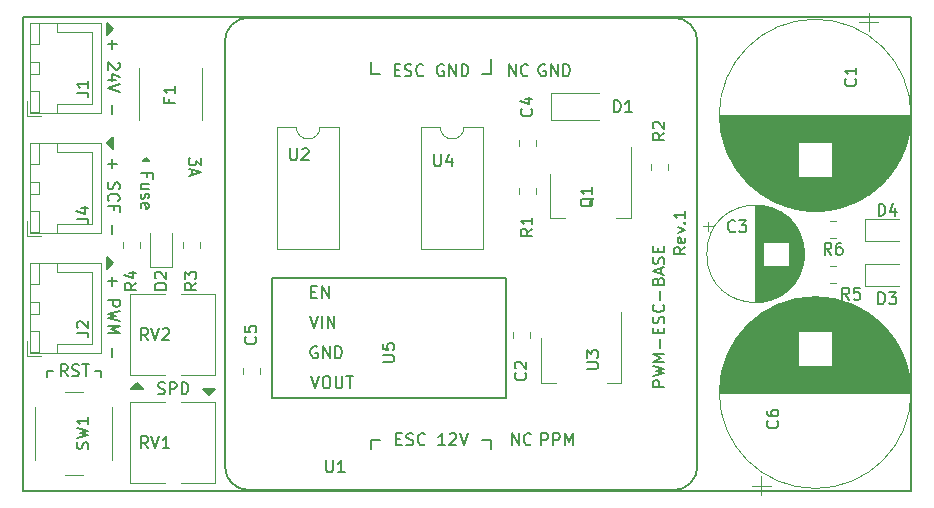
<source format=gto>
%TF.GenerationSoftware,KiCad,Pcbnew,5.0.2+dfsg1-1*%
%TF.CreationDate,2022-03-26T23:48:49+09:00*%
%TF.ProjectId,pwm-esc,70776d2d-6573-4632-9e6b-696361645f70,rev?*%
%TF.SameCoordinates,Original*%
%TF.FileFunction,Legend,Top*%
%TF.FilePolarity,Positive*%
%FSLAX46Y46*%
G04 Gerber Fmt 4.6, Leading zero omitted, Abs format (unit mm)*
G04 Created by KiCad (PCBNEW 5.0.2+dfsg1-1) date Sat 26 Mar 2022 11:48:49 PM JST*
%MOMM*%
%LPD*%
G01*
G04 APERTURE LIST*
%ADD10C,0.200000*%
%ADD11C,0.150000*%
%ADD12C,0.120000*%
G04 APERTURE END LIST*
D10*
X124753619Y-93726095D02*
X124753619Y-94345142D01*
X124372666Y-94011809D01*
X124372666Y-94154666D01*
X124325047Y-94249904D01*
X124277428Y-94297523D01*
X124182190Y-94345142D01*
X123944095Y-94345142D01*
X123848857Y-94297523D01*
X123801238Y-94249904D01*
X123753619Y-94154666D01*
X123753619Y-93868952D01*
X123801238Y-93773714D01*
X123848857Y-93726095D01*
X124039333Y-94726095D02*
X124039333Y-95202285D01*
X123753619Y-94630857D02*
X124753619Y-94964190D01*
X123753619Y-95297523D01*
D11*
G36*
X120142000Y-93726000D02*
X119888000Y-93980000D01*
X120396000Y-93980000D01*
X120142000Y-93726000D01*
G37*
X120142000Y-93726000D02*
X119888000Y-93980000D01*
X120396000Y-93980000D01*
X120142000Y-93726000D01*
D10*
X120213428Y-95377142D02*
X120213428Y-95043809D01*
X119689619Y-95043809D02*
X120689619Y-95043809D01*
X120689619Y-95520000D01*
X120356285Y-96329523D02*
X119689619Y-96329523D01*
X120356285Y-95900952D02*
X119832476Y-95900952D01*
X119737238Y-95948571D01*
X119689619Y-96043809D01*
X119689619Y-96186666D01*
X119737238Y-96281904D01*
X119784857Y-96329523D01*
X119737238Y-96758095D02*
X119689619Y-96853333D01*
X119689619Y-97043809D01*
X119737238Y-97139047D01*
X119832476Y-97186666D01*
X119880095Y-97186666D01*
X119975333Y-97139047D01*
X120022952Y-97043809D01*
X120022952Y-96900952D01*
X120070571Y-96805714D01*
X120165809Y-96758095D01*
X120213428Y-96758095D01*
X120308666Y-96805714D01*
X120356285Y-96900952D01*
X120356285Y-97043809D01*
X120308666Y-97139047D01*
X119737238Y-97996190D02*
X119689619Y-97900952D01*
X119689619Y-97710476D01*
X119737238Y-97615238D01*
X119832476Y-97567619D01*
X120213428Y-97567619D01*
X120308666Y-97615238D01*
X120356285Y-97710476D01*
X120356285Y-97900952D01*
X120308666Y-97996190D01*
X120213428Y-98043809D01*
X120118190Y-98043809D01*
X120022952Y-97567619D01*
X165806380Y-101290285D02*
X165330190Y-101623619D01*
X165806380Y-101861714D02*
X164806380Y-101861714D01*
X164806380Y-101480761D01*
X164854000Y-101385523D01*
X164901619Y-101337904D01*
X164996857Y-101290285D01*
X165139714Y-101290285D01*
X165234952Y-101337904D01*
X165282571Y-101385523D01*
X165330190Y-101480761D01*
X165330190Y-101861714D01*
X165758761Y-100480761D02*
X165806380Y-100576000D01*
X165806380Y-100766476D01*
X165758761Y-100861714D01*
X165663523Y-100909333D01*
X165282571Y-100909333D01*
X165187333Y-100861714D01*
X165139714Y-100766476D01*
X165139714Y-100576000D01*
X165187333Y-100480761D01*
X165282571Y-100433142D01*
X165377809Y-100433142D01*
X165473047Y-100909333D01*
X165139714Y-100099809D02*
X165806380Y-99861714D01*
X165139714Y-99623619D01*
X165711142Y-99242666D02*
X165758761Y-99195047D01*
X165806380Y-99242666D01*
X165758761Y-99290285D01*
X165711142Y-99242666D01*
X165806380Y-99242666D01*
X165806380Y-98242666D02*
X165806380Y-98814095D01*
X165806380Y-98528380D02*
X164806380Y-98528380D01*
X164949238Y-98623619D01*
X165044476Y-98718857D01*
X165092095Y-98814095D01*
X164028380Y-113116571D02*
X163028380Y-113116571D01*
X163028380Y-112735619D01*
X163076000Y-112640380D01*
X163123619Y-112592761D01*
X163218857Y-112545142D01*
X163361714Y-112545142D01*
X163456952Y-112592761D01*
X163504571Y-112640380D01*
X163552190Y-112735619D01*
X163552190Y-113116571D01*
X163028380Y-112211809D02*
X164028380Y-111973714D01*
X163314095Y-111783238D01*
X164028380Y-111592761D01*
X163028380Y-111354666D01*
X164028380Y-110973714D02*
X163028380Y-110973714D01*
X163742666Y-110640380D01*
X163028380Y-110307047D01*
X164028380Y-110307047D01*
X163647428Y-109830857D02*
X163647428Y-109068952D01*
X163504571Y-108592761D02*
X163504571Y-108259428D01*
X164028380Y-108116571D02*
X164028380Y-108592761D01*
X163028380Y-108592761D01*
X163028380Y-108116571D01*
X163980761Y-107735619D02*
X164028380Y-107592761D01*
X164028380Y-107354666D01*
X163980761Y-107259428D01*
X163933142Y-107211809D01*
X163837904Y-107164190D01*
X163742666Y-107164190D01*
X163647428Y-107211809D01*
X163599809Y-107259428D01*
X163552190Y-107354666D01*
X163504571Y-107545142D01*
X163456952Y-107640380D01*
X163409333Y-107688000D01*
X163314095Y-107735619D01*
X163218857Y-107735619D01*
X163123619Y-107688000D01*
X163076000Y-107640380D01*
X163028380Y-107545142D01*
X163028380Y-107307047D01*
X163076000Y-107164190D01*
X163933142Y-106164190D02*
X163980761Y-106211809D01*
X164028380Y-106354666D01*
X164028380Y-106449904D01*
X163980761Y-106592761D01*
X163885523Y-106688000D01*
X163790285Y-106735619D01*
X163599809Y-106783238D01*
X163456952Y-106783238D01*
X163266476Y-106735619D01*
X163171238Y-106688000D01*
X163076000Y-106592761D01*
X163028380Y-106449904D01*
X163028380Y-106354666D01*
X163076000Y-106211809D01*
X163123619Y-106164190D01*
X163647428Y-105735619D02*
X163647428Y-104973714D01*
X163504571Y-104164190D02*
X163552190Y-104021333D01*
X163599809Y-103973714D01*
X163695047Y-103926095D01*
X163837904Y-103926095D01*
X163933142Y-103973714D01*
X163980761Y-104021333D01*
X164028380Y-104116571D01*
X164028380Y-104497523D01*
X163028380Y-104497523D01*
X163028380Y-104164190D01*
X163076000Y-104068952D01*
X163123619Y-104021333D01*
X163218857Y-103973714D01*
X163314095Y-103973714D01*
X163409333Y-104021333D01*
X163456952Y-104068952D01*
X163504571Y-104164190D01*
X163504571Y-104497523D01*
X163742666Y-103545142D02*
X163742666Y-103068952D01*
X164028380Y-103640380D02*
X163028380Y-103307047D01*
X164028380Y-102973714D01*
X163980761Y-102688000D02*
X164028380Y-102545142D01*
X164028380Y-102307047D01*
X163980761Y-102211809D01*
X163933142Y-102164190D01*
X163837904Y-102116571D01*
X163742666Y-102116571D01*
X163647428Y-102164190D01*
X163599809Y-102211809D01*
X163552190Y-102307047D01*
X163504571Y-102497523D01*
X163456952Y-102592761D01*
X163409333Y-102640380D01*
X163314095Y-102688000D01*
X163218857Y-102688000D01*
X163123619Y-102640380D01*
X163076000Y-102592761D01*
X163028380Y-102497523D01*
X163028380Y-102259428D01*
X163076000Y-102116571D01*
X163504571Y-101688000D02*
X163504571Y-101354666D01*
X164028380Y-101211809D02*
X164028380Y-101688000D01*
X163028380Y-101688000D01*
X163028380Y-101211809D01*
X151106285Y-118054380D02*
X151106285Y-117054380D01*
X151677714Y-118054380D01*
X151677714Y-117054380D01*
X152725333Y-117959142D02*
X152677714Y-118006761D01*
X152534857Y-118054380D01*
X152439619Y-118054380D01*
X152296761Y-118006761D01*
X152201523Y-117911523D01*
X152153904Y-117816285D01*
X152106285Y-117625809D01*
X152106285Y-117482952D01*
X152153904Y-117292476D01*
X152201523Y-117197238D01*
X152296761Y-117102000D01*
X152439619Y-117054380D01*
X152534857Y-117054380D01*
X152677714Y-117102000D01*
X152725333Y-117149619D01*
X150852285Y-86812380D02*
X150852285Y-85812380D01*
X151423714Y-86812380D01*
X151423714Y-85812380D01*
X152471333Y-86717142D02*
X152423714Y-86764761D01*
X152280857Y-86812380D01*
X152185619Y-86812380D01*
X152042761Y-86764761D01*
X151947523Y-86669523D01*
X151899904Y-86574285D01*
X151852285Y-86383809D01*
X151852285Y-86240952D01*
X151899904Y-86050476D01*
X151947523Y-85955238D01*
X152042761Y-85860000D01*
X152185619Y-85812380D01*
X152280857Y-85812380D01*
X152423714Y-85860000D01*
X152471333Y-85907619D01*
X149352000Y-86614000D02*
X148590000Y-86614000D01*
X149352000Y-85344000D02*
X149352000Y-86614000D01*
X139192000Y-86614000D02*
X139954000Y-86614000D01*
X139192000Y-85598000D02*
X139192000Y-86614000D01*
X149352000Y-117602000D02*
X148590000Y-117602000D01*
X149352000Y-118364000D02*
X149352000Y-117602000D01*
X139192000Y-117602000D02*
X139954000Y-117602000D01*
X139192000Y-118364000D02*
X139192000Y-117602000D01*
X116332000Y-111760000D02*
X115824000Y-111760000D01*
X116332000Y-112268000D02*
X116332000Y-111760000D01*
X111760000Y-111760000D02*
X112268000Y-111760000D01*
X111760000Y-112268000D02*
X111760000Y-111760000D01*
X113498380Y-112212380D02*
X113165047Y-111736190D01*
X112926952Y-112212380D02*
X112926952Y-111212380D01*
X113307904Y-111212380D01*
X113403142Y-111260000D01*
X113450761Y-111307619D01*
X113498380Y-111402857D01*
X113498380Y-111545714D01*
X113450761Y-111640952D01*
X113403142Y-111688571D01*
X113307904Y-111736190D01*
X112926952Y-111736190D01*
X113879333Y-112164761D02*
X114022190Y-112212380D01*
X114260285Y-112212380D01*
X114355523Y-112164761D01*
X114403142Y-112117142D01*
X114450761Y-112021904D01*
X114450761Y-111926666D01*
X114403142Y-111831428D01*
X114355523Y-111783809D01*
X114260285Y-111736190D01*
X114069809Y-111688571D01*
X113974571Y-111640952D01*
X113926952Y-111593333D01*
X113879333Y-111498095D01*
X113879333Y-111402857D01*
X113926952Y-111307619D01*
X113974571Y-111260000D01*
X114069809Y-111212380D01*
X114307904Y-111212380D01*
X114450761Y-111260000D01*
X114736476Y-111212380D02*
X115307904Y-111212380D01*
X115022190Y-112212380D02*
X115022190Y-111212380D01*
X121142285Y-113688761D02*
X121285142Y-113736380D01*
X121523238Y-113736380D01*
X121618476Y-113688761D01*
X121666095Y-113641142D01*
X121713714Y-113545904D01*
X121713714Y-113450666D01*
X121666095Y-113355428D01*
X121618476Y-113307809D01*
X121523238Y-113260190D01*
X121332761Y-113212571D01*
X121237523Y-113164952D01*
X121189904Y-113117333D01*
X121142285Y-113022095D01*
X121142285Y-112926857D01*
X121189904Y-112831619D01*
X121237523Y-112784000D01*
X121332761Y-112736380D01*
X121570857Y-112736380D01*
X121713714Y-112784000D01*
X122142285Y-113736380D02*
X122142285Y-112736380D01*
X122523238Y-112736380D01*
X122618476Y-112784000D01*
X122666095Y-112831619D01*
X122713714Y-112926857D01*
X122713714Y-113069714D01*
X122666095Y-113164952D01*
X122618476Y-113212571D01*
X122523238Y-113260190D01*
X122142285Y-113260190D01*
X123142285Y-113736380D02*
X123142285Y-112736380D01*
X123380380Y-112736380D01*
X123523238Y-112784000D01*
X123618476Y-112879238D01*
X123666095Y-112974476D01*
X123713714Y-113164952D01*
X123713714Y-113307809D01*
X123666095Y-113498285D01*
X123618476Y-113593523D01*
X123523238Y-113688761D01*
X123380380Y-113736380D01*
X123142285Y-113736380D01*
D11*
G36*
X125984000Y-113284000D02*
X124968000Y-113284000D01*
X125476000Y-113792000D01*
X125984000Y-113284000D01*
G37*
X125984000Y-113284000D02*
X124968000Y-113284000D01*
X125476000Y-113792000D01*
X125984000Y-113284000D01*
G36*
X119380000Y-112776000D02*
X118872000Y-113284000D01*
X119888000Y-113284000D01*
X119380000Y-112776000D01*
G37*
X119380000Y-112776000D02*
X118872000Y-113284000D01*
X119888000Y-113284000D01*
X119380000Y-112776000D01*
D10*
X153924095Y-85860000D02*
X153828857Y-85812380D01*
X153686000Y-85812380D01*
X153543142Y-85860000D01*
X153447904Y-85955238D01*
X153400285Y-86050476D01*
X153352666Y-86240952D01*
X153352666Y-86383809D01*
X153400285Y-86574285D01*
X153447904Y-86669523D01*
X153543142Y-86764761D01*
X153686000Y-86812380D01*
X153781238Y-86812380D01*
X153924095Y-86764761D01*
X153971714Y-86717142D01*
X153971714Y-86383809D01*
X153781238Y-86383809D01*
X154400285Y-86812380D02*
X154400285Y-85812380D01*
X154971714Y-86812380D01*
X154971714Y-85812380D01*
X155447904Y-86812380D02*
X155447904Y-85812380D01*
X155686000Y-85812380D01*
X155828857Y-85860000D01*
X155924095Y-85955238D01*
X155971714Y-86050476D01*
X156019333Y-86240952D01*
X156019333Y-86383809D01*
X155971714Y-86574285D01*
X155924095Y-86669523D01*
X155828857Y-86764761D01*
X155686000Y-86812380D01*
X155447904Y-86812380D01*
X153606666Y-118054380D02*
X153606666Y-117054380D01*
X153987619Y-117054380D01*
X154082857Y-117102000D01*
X154130476Y-117149619D01*
X154178095Y-117244857D01*
X154178095Y-117387714D01*
X154130476Y-117482952D01*
X154082857Y-117530571D01*
X153987619Y-117578190D01*
X153606666Y-117578190D01*
X154606666Y-118054380D02*
X154606666Y-117054380D01*
X154987619Y-117054380D01*
X155082857Y-117102000D01*
X155130476Y-117149619D01*
X155178095Y-117244857D01*
X155178095Y-117387714D01*
X155130476Y-117482952D01*
X155082857Y-117530571D01*
X154987619Y-117578190D01*
X154606666Y-117578190D01*
X155606666Y-118054380D02*
X155606666Y-117054380D01*
X155940000Y-117768666D01*
X156273333Y-117054380D01*
X156273333Y-118054380D01*
X141319619Y-117530571D02*
X141652952Y-117530571D01*
X141795809Y-118054380D02*
X141319619Y-118054380D01*
X141319619Y-117054380D01*
X141795809Y-117054380D01*
X142176761Y-118006761D02*
X142319619Y-118054380D01*
X142557714Y-118054380D01*
X142652952Y-118006761D01*
X142700571Y-117959142D01*
X142748190Y-117863904D01*
X142748190Y-117768666D01*
X142700571Y-117673428D01*
X142652952Y-117625809D01*
X142557714Y-117578190D01*
X142367238Y-117530571D01*
X142272000Y-117482952D01*
X142224380Y-117435333D01*
X142176761Y-117340095D01*
X142176761Y-117244857D01*
X142224380Y-117149619D01*
X142272000Y-117102000D01*
X142367238Y-117054380D01*
X142605333Y-117054380D01*
X142748190Y-117102000D01*
X143748190Y-117959142D02*
X143700571Y-118006761D01*
X143557714Y-118054380D01*
X143462476Y-118054380D01*
X143319619Y-118006761D01*
X143224380Y-117911523D01*
X143176761Y-117816285D01*
X143129142Y-117625809D01*
X143129142Y-117482952D01*
X143176761Y-117292476D01*
X143224380Y-117197238D01*
X143319619Y-117102000D01*
X143462476Y-117054380D01*
X143557714Y-117054380D01*
X143700571Y-117102000D01*
X143748190Y-117149619D01*
X145462476Y-118054380D02*
X144891047Y-118054380D01*
X145176761Y-118054380D02*
X145176761Y-117054380D01*
X145081523Y-117197238D01*
X144986285Y-117292476D01*
X144891047Y-117340095D01*
X145843428Y-117149619D02*
X145891047Y-117102000D01*
X145986285Y-117054380D01*
X146224380Y-117054380D01*
X146319619Y-117102000D01*
X146367238Y-117149619D01*
X146414857Y-117244857D01*
X146414857Y-117340095D01*
X146367238Y-117482952D01*
X145795809Y-118054380D01*
X146414857Y-118054380D01*
X146700571Y-117054380D02*
X147033904Y-118054380D01*
X147367238Y-117054380D01*
X141176761Y-86288571D02*
X141510095Y-86288571D01*
X141652952Y-86812380D02*
X141176761Y-86812380D01*
X141176761Y-85812380D01*
X141652952Y-85812380D01*
X142033904Y-86764761D02*
X142176761Y-86812380D01*
X142414857Y-86812380D01*
X142510095Y-86764761D01*
X142557714Y-86717142D01*
X142605333Y-86621904D01*
X142605333Y-86526666D01*
X142557714Y-86431428D01*
X142510095Y-86383809D01*
X142414857Y-86336190D01*
X142224380Y-86288571D01*
X142129142Y-86240952D01*
X142081523Y-86193333D01*
X142033904Y-86098095D01*
X142033904Y-86002857D01*
X142081523Y-85907619D01*
X142129142Y-85860000D01*
X142224380Y-85812380D01*
X142462476Y-85812380D01*
X142605333Y-85860000D01*
X143605333Y-86717142D02*
X143557714Y-86764761D01*
X143414857Y-86812380D01*
X143319619Y-86812380D01*
X143176761Y-86764761D01*
X143081523Y-86669523D01*
X143033904Y-86574285D01*
X142986285Y-86383809D01*
X142986285Y-86240952D01*
X143033904Y-86050476D01*
X143081523Y-85955238D01*
X143176761Y-85860000D01*
X143319619Y-85812380D01*
X143414857Y-85812380D01*
X143557714Y-85860000D01*
X143605333Y-85907619D01*
X145319619Y-85860000D02*
X145224380Y-85812380D01*
X145081523Y-85812380D01*
X144938666Y-85860000D01*
X144843428Y-85955238D01*
X144795809Y-86050476D01*
X144748190Y-86240952D01*
X144748190Y-86383809D01*
X144795809Y-86574285D01*
X144843428Y-86669523D01*
X144938666Y-86764761D01*
X145081523Y-86812380D01*
X145176761Y-86812380D01*
X145319619Y-86764761D01*
X145367238Y-86717142D01*
X145367238Y-86383809D01*
X145176761Y-86383809D01*
X145795809Y-86812380D02*
X145795809Y-85812380D01*
X146367238Y-86812380D01*
X146367238Y-85812380D01*
X146843428Y-86812380D02*
X146843428Y-85812380D01*
X147081523Y-85812380D01*
X147224380Y-85860000D01*
X147319619Y-85955238D01*
X147367238Y-86050476D01*
X147414857Y-86240952D01*
X147414857Y-86383809D01*
X147367238Y-86574285D01*
X147319619Y-86669523D01*
X147224380Y-86764761D01*
X147081523Y-86812380D01*
X146843428Y-86812380D01*
X117276571Y-103783238D02*
X117276571Y-104545142D01*
X116895619Y-104164190D02*
X117657523Y-104164190D01*
X116895619Y-105783238D02*
X117895619Y-105783238D01*
X117895619Y-106164190D01*
X117848000Y-106259428D01*
X117800380Y-106307047D01*
X117705142Y-106354666D01*
X117562285Y-106354666D01*
X117467047Y-106307047D01*
X117419428Y-106259428D01*
X117371809Y-106164190D01*
X117371809Y-105783238D01*
X117895619Y-106688000D02*
X116895619Y-106926095D01*
X117609904Y-107116571D01*
X116895619Y-107307047D01*
X117895619Y-107545142D01*
X116895619Y-107926095D02*
X117895619Y-107926095D01*
X117181333Y-108259428D01*
X117895619Y-108592761D01*
X116895619Y-108592761D01*
X117276571Y-109830857D02*
X117276571Y-110592761D01*
D11*
G36*
X116840000Y-102108000D02*
X116840000Y-103124000D01*
X117348000Y-102616000D01*
X116840000Y-102108000D01*
G37*
X116840000Y-102108000D02*
X116840000Y-103124000D01*
X117348000Y-102616000D01*
X116840000Y-102108000D01*
G36*
X117348000Y-91948000D02*
X117348000Y-92964000D01*
X116840000Y-92456000D01*
X117348000Y-91948000D01*
G37*
X117348000Y-91948000D02*
X117348000Y-92964000D01*
X116840000Y-92456000D01*
X117348000Y-91948000D01*
G36*
X116840000Y-82296000D02*
X116840000Y-83312000D01*
X117348000Y-82804000D01*
X116840000Y-82296000D01*
G37*
X116840000Y-82296000D02*
X116840000Y-83312000D01*
X117348000Y-82804000D01*
X116840000Y-82296000D01*
D10*
X117276571Y-93861333D02*
X117276571Y-94623238D01*
X116895619Y-94242285D02*
X117657523Y-94242285D01*
X116943238Y-95813714D02*
X116895619Y-95956571D01*
X116895619Y-96194666D01*
X116943238Y-96289904D01*
X116990857Y-96337523D01*
X117086095Y-96385142D01*
X117181333Y-96385142D01*
X117276571Y-96337523D01*
X117324190Y-96289904D01*
X117371809Y-96194666D01*
X117419428Y-96004190D01*
X117467047Y-95908952D01*
X117514666Y-95861333D01*
X117609904Y-95813714D01*
X117705142Y-95813714D01*
X117800380Y-95861333D01*
X117848000Y-95908952D01*
X117895619Y-96004190D01*
X117895619Y-96242285D01*
X117848000Y-96385142D01*
X116990857Y-97385142D02*
X116943238Y-97337523D01*
X116895619Y-97194666D01*
X116895619Y-97099428D01*
X116943238Y-96956571D01*
X117038476Y-96861333D01*
X117133714Y-96813714D01*
X117324190Y-96766095D01*
X117467047Y-96766095D01*
X117657523Y-96813714D01*
X117752761Y-96861333D01*
X117848000Y-96956571D01*
X117895619Y-97099428D01*
X117895619Y-97194666D01*
X117848000Y-97337523D01*
X117800380Y-97385142D01*
X117419428Y-98147047D02*
X117419428Y-97813714D01*
X116895619Y-97813714D02*
X117895619Y-97813714D01*
X117895619Y-98289904D01*
X117276571Y-99432761D02*
X117276571Y-100194666D01*
X117276571Y-83725142D02*
X117276571Y-84487047D01*
X116895619Y-84106095D02*
X117657523Y-84106095D01*
X117800380Y-85677523D02*
X117848000Y-85725142D01*
X117895619Y-85820380D01*
X117895619Y-86058476D01*
X117848000Y-86153714D01*
X117800380Y-86201333D01*
X117705142Y-86248952D01*
X117609904Y-86248952D01*
X117467047Y-86201333D01*
X116895619Y-85629904D01*
X116895619Y-86248952D01*
X117562285Y-87106095D02*
X116895619Y-87106095D01*
X117943238Y-86868000D02*
X117228952Y-86629904D01*
X117228952Y-87248952D01*
X117895619Y-87487047D02*
X116895619Y-87820380D01*
X117895619Y-88153714D01*
X117276571Y-89248952D02*
X117276571Y-90010857D01*
D11*
X109728000Y-121920000D02*
X109728000Y-81788000D01*
X184912000Y-121920000D02*
X109728000Y-121920000D01*
X184912000Y-81788000D02*
X184912000Y-121920000D01*
X109728000Y-81788000D02*
X184912000Y-81788000D01*
D12*
X124662000Y-100830748D02*
X124662000Y-101353252D01*
X123242000Y-100830748D02*
X123242000Y-101353252D01*
X182139000Y-82220509D02*
X180539000Y-82220509D01*
X181339000Y-81420509D02*
X181339000Y-83020509D01*
X177549000Y-98191000D02*
X176019000Y-98191000D01*
X177882000Y-98151000D02*
X175686000Y-98151000D01*
X178135000Y-98111000D02*
X175433000Y-98111000D01*
X178348000Y-98071000D02*
X175220000Y-98071000D01*
X178536000Y-98031000D02*
X175032000Y-98031000D01*
X178704000Y-97991000D02*
X174864000Y-97991000D01*
X178858000Y-97951000D02*
X174710000Y-97951000D01*
X179002000Y-97911000D02*
X174566000Y-97911000D01*
X179135000Y-97871000D02*
X174433000Y-97871000D01*
X179262000Y-97831000D02*
X174306000Y-97831000D01*
X179381000Y-97791000D02*
X174187000Y-97791000D01*
X179495000Y-97751000D02*
X174073000Y-97751000D01*
X179604000Y-97711000D02*
X173964000Y-97711000D01*
X179708000Y-97671000D02*
X173860000Y-97671000D01*
X179808000Y-97631000D02*
X173760000Y-97631000D01*
X179904000Y-97591000D02*
X173664000Y-97591000D01*
X179997000Y-97551000D02*
X173571000Y-97551000D01*
X180087000Y-97511000D02*
X173481000Y-97511000D01*
X180174000Y-97471000D02*
X173394000Y-97471000D01*
X180259000Y-97431000D02*
X173309000Y-97431000D01*
X180341000Y-97391000D02*
X173227000Y-97391000D01*
X180421000Y-97351000D02*
X173147000Y-97351000D01*
X180499000Y-97311000D02*
X173069000Y-97311000D01*
X180574000Y-97271000D02*
X172994000Y-97271000D01*
X180648000Y-97231000D02*
X172920000Y-97231000D01*
X180720000Y-97191000D02*
X172848000Y-97191000D01*
X180791000Y-97151000D02*
X172777000Y-97151000D01*
X180860000Y-97111000D02*
X172708000Y-97111000D01*
X180927000Y-97071000D02*
X172641000Y-97071000D01*
X180993000Y-97031000D02*
X172575000Y-97031000D01*
X181057000Y-96991000D02*
X172511000Y-96991000D01*
X181120000Y-96951000D02*
X172448000Y-96951000D01*
X181182000Y-96911000D02*
X172386000Y-96911000D01*
X181243000Y-96871000D02*
X172325000Y-96871000D01*
X181303000Y-96831000D02*
X172265000Y-96831000D01*
X181361000Y-96791000D02*
X172207000Y-96791000D01*
X181418000Y-96751000D02*
X172150000Y-96751000D01*
X181475000Y-96711000D02*
X172093000Y-96711000D01*
X181530000Y-96671000D02*
X172038000Y-96671000D01*
X181584000Y-96631000D02*
X171984000Y-96631000D01*
X181638000Y-96591000D02*
X171930000Y-96591000D01*
X181690000Y-96551000D02*
X171878000Y-96551000D01*
X181742000Y-96511000D02*
X171826000Y-96511000D01*
X181793000Y-96471000D02*
X171775000Y-96471000D01*
X181843000Y-96431000D02*
X171725000Y-96431000D01*
X181892000Y-96391000D02*
X171676000Y-96391000D01*
X181940000Y-96351000D02*
X171628000Y-96351000D01*
X181988000Y-96311000D02*
X171580000Y-96311000D01*
X182035000Y-96271000D02*
X171533000Y-96271000D01*
X182081000Y-96231000D02*
X171487000Y-96231000D01*
X182127000Y-96191000D02*
X171441000Y-96191000D01*
X182172000Y-96151000D02*
X171396000Y-96151000D01*
X182216000Y-96111000D02*
X171352000Y-96111000D01*
X182259000Y-96071000D02*
X171309000Y-96071000D01*
X182302000Y-96031000D02*
X171266000Y-96031000D01*
X182344000Y-95991000D02*
X171224000Y-95991000D01*
X182386000Y-95951000D02*
X171182000Y-95951000D01*
X182427000Y-95911000D02*
X171141000Y-95911000D01*
X182468000Y-95871000D02*
X171100000Y-95871000D01*
X182508000Y-95831000D02*
X171060000Y-95831000D01*
X182547000Y-95791000D02*
X171021000Y-95791000D01*
X182586000Y-95751000D02*
X170982000Y-95751000D01*
X182624000Y-95711000D02*
X170944000Y-95711000D01*
X182662000Y-95671000D02*
X170906000Y-95671000D01*
X182700000Y-95631000D02*
X170868000Y-95631000D01*
X182736000Y-95591000D02*
X170832000Y-95591000D01*
X182773000Y-95551000D02*
X170795000Y-95551000D01*
X182809000Y-95511000D02*
X170759000Y-95511000D01*
X182844000Y-95471000D02*
X170724000Y-95471000D01*
X182879000Y-95431000D02*
X170689000Y-95431000D01*
X182913000Y-95391000D02*
X170655000Y-95391000D01*
X182947000Y-95351000D02*
X170621000Y-95351000D01*
X182981000Y-95311000D02*
X170587000Y-95311000D01*
X175344000Y-95271000D02*
X170554000Y-95271000D01*
X183014000Y-95271000D02*
X178224000Y-95271000D01*
X175344000Y-95231000D02*
X170521000Y-95231000D01*
X183047000Y-95231000D02*
X178224000Y-95231000D01*
X175344000Y-95191000D02*
X170489000Y-95191000D01*
X183079000Y-95191000D02*
X178224000Y-95191000D01*
X175344000Y-95151000D02*
X170457000Y-95151000D01*
X183111000Y-95151000D02*
X178224000Y-95151000D01*
X175344000Y-95111000D02*
X170426000Y-95111000D01*
X183142000Y-95111000D02*
X178224000Y-95111000D01*
X175344000Y-95071000D02*
X170394000Y-95071000D01*
X183174000Y-95071000D02*
X178224000Y-95071000D01*
X175344000Y-95031000D02*
X170364000Y-95031000D01*
X183204000Y-95031000D02*
X178224000Y-95031000D01*
X175344000Y-94991000D02*
X170334000Y-94991000D01*
X183234000Y-94991000D02*
X178224000Y-94991000D01*
X175344000Y-94951000D02*
X170304000Y-94951000D01*
X183264000Y-94951000D02*
X178224000Y-94951000D01*
X175344000Y-94911000D02*
X170274000Y-94911000D01*
X183294000Y-94911000D02*
X178224000Y-94911000D01*
X175344000Y-94871000D02*
X170245000Y-94871000D01*
X183323000Y-94871000D02*
X178224000Y-94871000D01*
X175344000Y-94831000D02*
X170216000Y-94831000D01*
X183352000Y-94831000D02*
X178224000Y-94831000D01*
X175344000Y-94791000D02*
X170188000Y-94791000D01*
X183380000Y-94791000D02*
X178224000Y-94791000D01*
X175344000Y-94751000D02*
X170160000Y-94751000D01*
X183408000Y-94751000D02*
X178224000Y-94751000D01*
X175344000Y-94711000D02*
X170132000Y-94711000D01*
X183436000Y-94711000D02*
X178224000Y-94711000D01*
X175344000Y-94671000D02*
X170105000Y-94671000D01*
X183463000Y-94671000D02*
X178224000Y-94671000D01*
X175344000Y-94631000D02*
X170078000Y-94631000D01*
X183490000Y-94631000D02*
X178224000Y-94631000D01*
X175344000Y-94591000D02*
X170051000Y-94591000D01*
X183517000Y-94591000D02*
X178224000Y-94591000D01*
X175344000Y-94551000D02*
X170025000Y-94551000D01*
X183543000Y-94551000D02*
X178224000Y-94551000D01*
X175344000Y-94511000D02*
X169999000Y-94511000D01*
X183569000Y-94511000D02*
X178224000Y-94511000D01*
X175344000Y-94471000D02*
X169973000Y-94471000D01*
X183595000Y-94471000D02*
X178224000Y-94471000D01*
X175344000Y-94431000D02*
X169948000Y-94431000D01*
X183620000Y-94431000D02*
X178224000Y-94431000D01*
X175344000Y-94391000D02*
X169923000Y-94391000D01*
X183645000Y-94391000D02*
X178224000Y-94391000D01*
X175344000Y-94351000D02*
X169898000Y-94351000D01*
X183670000Y-94351000D02*
X178224000Y-94351000D01*
X175344000Y-94311000D02*
X169874000Y-94311000D01*
X183694000Y-94311000D02*
X178224000Y-94311000D01*
X175344000Y-94271000D02*
X169850000Y-94271000D01*
X183718000Y-94271000D02*
X178224000Y-94271000D01*
X175344000Y-94231000D02*
X169826000Y-94231000D01*
X183742000Y-94231000D02*
X178224000Y-94231000D01*
X175344000Y-94191000D02*
X169803000Y-94191000D01*
X183765000Y-94191000D02*
X178224000Y-94191000D01*
X175344000Y-94151000D02*
X169780000Y-94151000D01*
X183788000Y-94151000D02*
X178224000Y-94151000D01*
X175344000Y-94111000D02*
X169757000Y-94111000D01*
X183811000Y-94111000D02*
X178224000Y-94111000D01*
X175344000Y-94071000D02*
X169735000Y-94071000D01*
X183833000Y-94071000D02*
X178224000Y-94071000D01*
X175344000Y-94031000D02*
X169712000Y-94031000D01*
X183856000Y-94031000D02*
X178224000Y-94031000D01*
X175344000Y-93991000D02*
X169690000Y-93991000D01*
X183878000Y-93991000D02*
X178224000Y-93991000D01*
X175344000Y-93951000D02*
X169669000Y-93951000D01*
X183899000Y-93951000D02*
X178224000Y-93951000D01*
X175344000Y-93911000D02*
X169648000Y-93911000D01*
X183920000Y-93911000D02*
X178224000Y-93911000D01*
X175344000Y-93871000D02*
X169627000Y-93871000D01*
X183941000Y-93871000D02*
X178224000Y-93871000D01*
X175344000Y-93831000D02*
X169606000Y-93831000D01*
X183962000Y-93831000D02*
X178224000Y-93831000D01*
X175344000Y-93791000D02*
X169585000Y-93791000D01*
X183983000Y-93791000D02*
X178224000Y-93791000D01*
X175344000Y-93751000D02*
X169565000Y-93751000D01*
X184003000Y-93751000D02*
X178224000Y-93751000D01*
X175344000Y-93711000D02*
X169545000Y-93711000D01*
X184023000Y-93711000D02*
X178224000Y-93711000D01*
X175344000Y-93671000D02*
X169526000Y-93671000D01*
X184042000Y-93671000D02*
X178224000Y-93671000D01*
X175344000Y-93631000D02*
X169506000Y-93631000D01*
X184062000Y-93631000D02*
X178224000Y-93631000D01*
X175344000Y-93591000D02*
X169487000Y-93591000D01*
X184081000Y-93591000D02*
X178224000Y-93591000D01*
X175344000Y-93551000D02*
X169468000Y-93551000D01*
X184100000Y-93551000D02*
X178224000Y-93551000D01*
X175344000Y-93511000D02*
X169450000Y-93511000D01*
X184118000Y-93511000D02*
X178224000Y-93511000D01*
X175344000Y-93471000D02*
X169431000Y-93471000D01*
X184137000Y-93471000D02*
X178224000Y-93471000D01*
X175344000Y-93431000D02*
X169413000Y-93431000D01*
X184155000Y-93431000D02*
X178224000Y-93431000D01*
X175344000Y-93391000D02*
X169395000Y-93391000D01*
X184173000Y-93391000D02*
X178224000Y-93391000D01*
X175344000Y-93351000D02*
X169378000Y-93351000D01*
X184190000Y-93351000D02*
X178224000Y-93351000D01*
X175344000Y-93311000D02*
X169361000Y-93311000D01*
X184207000Y-93311000D02*
X178224000Y-93311000D01*
X175344000Y-93271000D02*
X169344000Y-93271000D01*
X184224000Y-93271000D02*
X178224000Y-93271000D01*
X175344000Y-93231000D02*
X169327000Y-93231000D01*
X184241000Y-93231000D02*
X178224000Y-93231000D01*
X175344000Y-93191000D02*
X169310000Y-93191000D01*
X184258000Y-93191000D02*
X178224000Y-93191000D01*
X175344000Y-93151000D02*
X169294000Y-93151000D01*
X184274000Y-93151000D02*
X178224000Y-93151000D01*
X175344000Y-93111000D02*
X169278000Y-93111000D01*
X184290000Y-93111000D02*
X178224000Y-93111000D01*
X175344000Y-93071000D02*
X169262000Y-93071000D01*
X184306000Y-93071000D02*
X178224000Y-93071000D01*
X175344000Y-93031000D02*
X169247000Y-93031000D01*
X184321000Y-93031000D02*
X178224000Y-93031000D01*
X175344000Y-92991000D02*
X169231000Y-92991000D01*
X184337000Y-92991000D02*
X178224000Y-92991000D01*
X175344000Y-92951000D02*
X169216000Y-92951000D01*
X184352000Y-92951000D02*
X178224000Y-92951000D01*
X175344000Y-92911000D02*
X169202000Y-92911000D01*
X184366000Y-92911000D02*
X178224000Y-92911000D01*
X175344000Y-92871000D02*
X169187000Y-92871000D01*
X184381000Y-92871000D02*
X178224000Y-92871000D01*
X175344000Y-92831000D02*
X169173000Y-92831000D01*
X184395000Y-92831000D02*
X178224000Y-92831000D01*
X175344000Y-92791000D02*
X169159000Y-92791000D01*
X184409000Y-92791000D02*
X178224000Y-92791000D01*
X175344000Y-92751000D02*
X169145000Y-92751000D01*
X184423000Y-92751000D02*
X178224000Y-92751000D01*
X175344000Y-92711000D02*
X169131000Y-92711000D01*
X184437000Y-92711000D02*
X178224000Y-92711000D01*
X175344000Y-92671000D02*
X169118000Y-92671000D01*
X184450000Y-92671000D02*
X178224000Y-92671000D01*
X175344000Y-92631000D02*
X169104000Y-92631000D01*
X184464000Y-92631000D02*
X178224000Y-92631000D01*
X175344000Y-92591000D02*
X169091000Y-92591000D01*
X184477000Y-92591000D02*
X178224000Y-92591000D01*
X175344000Y-92551000D02*
X169079000Y-92551000D01*
X184489000Y-92551000D02*
X178224000Y-92551000D01*
X175344000Y-92511000D02*
X169066000Y-92511000D01*
X184502000Y-92511000D02*
X178224000Y-92511000D01*
X175344000Y-92471000D02*
X169054000Y-92471000D01*
X184514000Y-92471000D02*
X178224000Y-92471000D01*
X175344000Y-92431000D02*
X169042000Y-92431000D01*
X184526000Y-92431000D02*
X178224000Y-92431000D01*
X184538000Y-92391000D02*
X169030000Y-92391000D01*
X184549000Y-92351000D02*
X169019000Y-92351000D01*
X184561000Y-92311000D02*
X169007000Y-92311000D01*
X184572000Y-92271000D02*
X168996000Y-92271000D01*
X184583000Y-92231000D02*
X168985000Y-92231000D01*
X184594000Y-92191000D02*
X168974000Y-92191000D01*
X184604000Y-92151000D02*
X168964000Y-92151000D01*
X184614000Y-92111000D02*
X168954000Y-92111000D01*
X184624000Y-92071000D02*
X168944000Y-92071000D01*
X184634000Y-92031000D02*
X168934000Y-92031000D01*
X184644000Y-91991000D02*
X168924000Y-91991000D01*
X184653000Y-91951000D02*
X168915000Y-91951000D01*
X184662000Y-91911000D02*
X168906000Y-91911000D01*
X184671000Y-91871000D02*
X168897000Y-91871000D01*
X184680000Y-91831000D02*
X168888000Y-91831000D01*
X184689000Y-91791000D02*
X168879000Y-91791000D01*
X184697000Y-91751000D02*
X168871000Y-91751000D01*
X184705000Y-91711000D02*
X168863000Y-91711000D01*
X184713000Y-91671000D02*
X168855000Y-91671000D01*
X184721000Y-91631000D02*
X168847000Y-91631000D01*
X184728000Y-91591000D02*
X168840000Y-91591000D01*
X184736000Y-91551000D02*
X168832000Y-91551000D01*
X184743000Y-91511000D02*
X168825000Y-91511000D01*
X184750000Y-91471000D02*
X168818000Y-91471000D01*
X184756000Y-91431000D02*
X168812000Y-91431000D01*
X184763000Y-91391000D02*
X168805000Y-91391000D01*
X184769000Y-91351000D02*
X168799000Y-91351000D01*
X184775000Y-91311000D02*
X168793000Y-91311000D01*
X184781000Y-91271000D02*
X168787000Y-91271000D01*
X184787000Y-91231000D02*
X168781000Y-91231000D01*
X184792000Y-91191000D02*
X168776000Y-91191000D01*
X184798000Y-91151000D02*
X168770000Y-91151000D01*
X184803000Y-91111000D02*
X168765000Y-91111000D01*
X184808000Y-91071000D02*
X168760000Y-91071000D01*
X184812000Y-91031000D02*
X168756000Y-91031000D01*
X184817000Y-90991000D02*
X168751000Y-90991000D01*
X184821000Y-90951000D02*
X168747000Y-90951000D01*
X184825000Y-90911000D02*
X168743000Y-90911000D01*
X184829000Y-90871000D02*
X168739000Y-90871000D01*
X184833000Y-90831000D02*
X168735000Y-90831000D01*
X184836000Y-90790000D02*
X168732000Y-90790000D01*
X184839000Y-90750000D02*
X168729000Y-90750000D01*
X184842000Y-90710000D02*
X168726000Y-90710000D01*
X184845000Y-90670000D02*
X168723000Y-90670000D01*
X184848000Y-90630000D02*
X168720000Y-90630000D01*
X184850000Y-90590000D02*
X168718000Y-90590000D01*
X184853000Y-90550000D02*
X168715000Y-90550000D01*
X184855000Y-90510000D02*
X168713000Y-90510000D01*
X184857000Y-90470000D02*
X168711000Y-90470000D01*
X184858000Y-90430000D02*
X168710000Y-90430000D01*
X184860000Y-90390000D02*
X168708000Y-90390000D01*
X184861000Y-90350000D02*
X168707000Y-90350000D01*
X184862000Y-90310000D02*
X168706000Y-90310000D01*
X184863000Y-90270000D02*
X168705000Y-90270000D01*
X184864000Y-90230000D02*
X168704000Y-90230000D01*
X184864000Y-90190000D02*
X168704000Y-90190000D01*
X184864000Y-90150000D02*
X168704000Y-90150000D01*
X184865000Y-90110000D02*
X168703000Y-90110000D01*
X184904000Y-90110000D02*
G75*
G03X184904000Y-90110000I-8120000J0D01*
G01*
X152602000Y-108450748D02*
X152602000Y-108973252D01*
X151182000Y-108450748D02*
X151182000Y-108973252D01*
X175852000Y-101854000D02*
G75*
G03X175852000Y-101854000I-4120000J0D01*
G01*
X171732000Y-97774000D02*
X171732000Y-105934000D01*
X171772000Y-97774000D02*
X171772000Y-105934000D01*
X171812000Y-97774000D02*
X171812000Y-105934000D01*
X171852000Y-97775000D02*
X171852000Y-105933000D01*
X171892000Y-97777000D02*
X171892000Y-105931000D01*
X171932000Y-97778000D02*
X171932000Y-105930000D01*
X171972000Y-97780000D02*
X171972000Y-105928000D01*
X172012000Y-97783000D02*
X172012000Y-105925000D01*
X172052000Y-97786000D02*
X172052000Y-105922000D01*
X172092000Y-97789000D02*
X172092000Y-105919000D01*
X172132000Y-97793000D02*
X172132000Y-105915000D01*
X172172000Y-97797000D02*
X172172000Y-105911000D01*
X172212000Y-97802000D02*
X172212000Y-105906000D01*
X172252000Y-97806000D02*
X172252000Y-105902000D01*
X172292000Y-97812000D02*
X172292000Y-105896000D01*
X172332000Y-97817000D02*
X172332000Y-105891000D01*
X172372000Y-97824000D02*
X172372000Y-105884000D01*
X172412000Y-97830000D02*
X172412000Y-105878000D01*
X172453000Y-97837000D02*
X172453000Y-100814000D01*
X172453000Y-102894000D02*
X172453000Y-105871000D01*
X172493000Y-97844000D02*
X172493000Y-100814000D01*
X172493000Y-102894000D02*
X172493000Y-105864000D01*
X172533000Y-97852000D02*
X172533000Y-100814000D01*
X172533000Y-102894000D02*
X172533000Y-105856000D01*
X172573000Y-97860000D02*
X172573000Y-100814000D01*
X172573000Y-102894000D02*
X172573000Y-105848000D01*
X172613000Y-97869000D02*
X172613000Y-100814000D01*
X172613000Y-102894000D02*
X172613000Y-105839000D01*
X172653000Y-97878000D02*
X172653000Y-100814000D01*
X172653000Y-102894000D02*
X172653000Y-105830000D01*
X172693000Y-97887000D02*
X172693000Y-100814000D01*
X172693000Y-102894000D02*
X172693000Y-105821000D01*
X172733000Y-97897000D02*
X172733000Y-100814000D01*
X172733000Y-102894000D02*
X172733000Y-105811000D01*
X172773000Y-97907000D02*
X172773000Y-100814000D01*
X172773000Y-102894000D02*
X172773000Y-105801000D01*
X172813000Y-97918000D02*
X172813000Y-100814000D01*
X172813000Y-102894000D02*
X172813000Y-105790000D01*
X172853000Y-97929000D02*
X172853000Y-100814000D01*
X172853000Y-102894000D02*
X172853000Y-105779000D01*
X172893000Y-97940000D02*
X172893000Y-100814000D01*
X172893000Y-102894000D02*
X172893000Y-105768000D01*
X172933000Y-97952000D02*
X172933000Y-100814000D01*
X172933000Y-102894000D02*
X172933000Y-105756000D01*
X172973000Y-97965000D02*
X172973000Y-100814000D01*
X172973000Y-102894000D02*
X172973000Y-105743000D01*
X173013000Y-97977000D02*
X173013000Y-100814000D01*
X173013000Y-102894000D02*
X173013000Y-105731000D01*
X173053000Y-97991000D02*
X173053000Y-100814000D01*
X173053000Y-102894000D02*
X173053000Y-105717000D01*
X173093000Y-98004000D02*
X173093000Y-100814000D01*
X173093000Y-102894000D02*
X173093000Y-105704000D01*
X173133000Y-98019000D02*
X173133000Y-100814000D01*
X173133000Y-102894000D02*
X173133000Y-105689000D01*
X173173000Y-98033000D02*
X173173000Y-100814000D01*
X173173000Y-102894000D02*
X173173000Y-105675000D01*
X173213000Y-98049000D02*
X173213000Y-100814000D01*
X173213000Y-102894000D02*
X173213000Y-105659000D01*
X173253000Y-98064000D02*
X173253000Y-100814000D01*
X173253000Y-102894000D02*
X173253000Y-105644000D01*
X173293000Y-98080000D02*
X173293000Y-100814000D01*
X173293000Y-102894000D02*
X173293000Y-105628000D01*
X173333000Y-98097000D02*
X173333000Y-100814000D01*
X173333000Y-102894000D02*
X173333000Y-105611000D01*
X173373000Y-98114000D02*
X173373000Y-100814000D01*
X173373000Y-102894000D02*
X173373000Y-105594000D01*
X173413000Y-98132000D02*
X173413000Y-100814000D01*
X173413000Y-102894000D02*
X173413000Y-105576000D01*
X173453000Y-98150000D02*
X173453000Y-100814000D01*
X173453000Y-102894000D02*
X173453000Y-105558000D01*
X173493000Y-98168000D02*
X173493000Y-100814000D01*
X173493000Y-102894000D02*
X173493000Y-105540000D01*
X173533000Y-98188000D02*
X173533000Y-100814000D01*
X173533000Y-102894000D02*
X173533000Y-105520000D01*
X173573000Y-98207000D02*
X173573000Y-100814000D01*
X173573000Y-102894000D02*
X173573000Y-105501000D01*
X173613000Y-98227000D02*
X173613000Y-100814000D01*
X173613000Y-102894000D02*
X173613000Y-105481000D01*
X173653000Y-98248000D02*
X173653000Y-100814000D01*
X173653000Y-102894000D02*
X173653000Y-105460000D01*
X173693000Y-98270000D02*
X173693000Y-100814000D01*
X173693000Y-102894000D02*
X173693000Y-105438000D01*
X173733000Y-98292000D02*
X173733000Y-100814000D01*
X173733000Y-102894000D02*
X173733000Y-105416000D01*
X173773000Y-98314000D02*
X173773000Y-100814000D01*
X173773000Y-102894000D02*
X173773000Y-105394000D01*
X173813000Y-98337000D02*
X173813000Y-100814000D01*
X173813000Y-102894000D02*
X173813000Y-105371000D01*
X173853000Y-98361000D02*
X173853000Y-100814000D01*
X173853000Y-102894000D02*
X173853000Y-105347000D01*
X173893000Y-98385000D02*
X173893000Y-100814000D01*
X173893000Y-102894000D02*
X173893000Y-105323000D01*
X173933000Y-98410000D02*
X173933000Y-100814000D01*
X173933000Y-102894000D02*
X173933000Y-105298000D01*
X173973000Y-98436000D02*
X173973000Y-100814000D01*
X173973000Y-102894000D02*
X173973000Y-105272000D01*
X174013000Y-98462000D02*
X174013000Y-100814000D01*
X174013000Y-102894000D02*
X174013000Y-105246000D01*
X174053000Y-98489000D02*
X174053000Y-100814000D01*
X174053000Y-102894000D02*
X174053000Y-105219000D01*
X174093000Y-98516000D02*
X174093000Y-100814000D01*
X174093000Y-102894000D02*
X174093000Y-105192000D01*
X174133000Y-98545000D02*
X174133000Y-100814000D01*
X174133000Y-102894000D02*
X174133000Y-105163000D01*
X174173000Y-98574000D02*
X174173000Y-100814000D01*
X174173000Y-102894000D02*
X174173000Y-105134000D01*
X174213000Y-98604000D02*
X174213000Y-100814000D01*
X174213000Y-102894000D02*
X174213000Y-105104000D01*
X174253000Y-98634000D02*
X174253000Y-100814000D01*
X174253000Y-102894000D02*
X174253000Y-105074000D01*
X174293000Y-98665000D02*
X174293000Y-100814000D01*
X174293000Y-102894000D02*
X174293000Y-105043000D01*
X174333000Y-98698000D02*
X174333000Y-100814000D01*
X174333000Y-102894000D02*
X174333000Y-105010000D01*
X174373000Y-98730000D02*
X174373000Y-100814000D01*
X174373000Y-102894000D02*
X174373000Y-104978000D01*
X174413000Y-98764000D02*
X174413000Y-100814000D01*
X174413000Y-102894000D02*
X174413000Y-104944000D01*
X174453000Y-98799000D02*
X174453000Y-100814000D01*
X174453000Y-102894000D02*
X174453000Y-104909000D01*
X174493000Y-98835000D02*
X174493000Y-100814000D01*
X174493000Y-102894000D02*
X174493000Y-104873000D01*
X174533000Y-98871000D02*
X174533000Y-104837000D01*
X174573000Y-98909000D02*
X174573000Y-104799000D01*
X174613000Y-98947000D02*
X174613000Y-104761000D01*
X174653000Y-98987000D02*
X174653000Y-104721000D01*
X174693000Y-99028000D02*
X174693000Y-104680000D01*
X174733000Y-99070000D02*
X174733000Y-104638000D01*
X174773000Y-99113000D02*
X174773000Y-104595000D01*
X174813000Y-99157000D02*
X174813000Y-104551000D01*
X174853000Y-99203000D02*
X174853000Y-104505000D01*
X174893000Y-99250000D02*
X174893000Y-104458000D01*
X174933000Y-99298000D02*
X174933000Y-104410000D01*
X174973000Y-99349000D02*
X174973000Y-104359000D01*
X175013000Y-99400000D02*
X175013000Y-104308000D01*
X175053000Y-99454000D02*
X175053000Y-104254000D01*
X175093000Y-99509000D02*
X175093000Y-104199000D01*
X175133000Y-99567000D02*
X175133000Y-104141000D01*
X175173000Y-99626000D02*
X175173000Y-104082000D01*
X175213000Y-99688000D02*
X175213000Y-104020000D01*
X175253000Y-99752000D02*
X175253000Y-103956000D01*
X175293000Y-99820000D02*
X175293000Y-103888000D01*
X175333000Y-99890000D02*
X175333000Y-103818000D01*
X175373000Y-99964000D02*
X175373000Y-103744000D01*
X175413000Y-100041000D02*
X175413000Y-103667000D01*
X175453000Y-100123000D02*
X175453000Y-103585000D01*
X175493000Y-100209000D02*
X175493000Y-103499000D01*
X175533000Y-100302000D02*
X175533000Y-103406000D01*
X175573000Y-100401000D02*
X175573000Y-103307000D01*
X175613000Y-100508000D02*
X175613000Y-103200000D01*
X175653000Y-100625000D02*
X175653000Y-103083000D01*
X175693000Y-100756000D02*
X175693000Y-102952000D01*
X175733000Y-100906000D02*
X175733000Y-102802000D01*
X175773000Y-101086000D02*
X175773000Y-102622000D01*
X175813000Y-101321000D02*
X175813000Y-102387000D01*
X167322302Y-99539000D02*
X168122302Y-99539000D01*
X167722302Y-99139000D02*
X167722302Y-99939000D01*
X151690000Y-92717252D02*
X151690000Y-92194748D01*
X153110000Y-92717252D02*
X153110000Y-92194748D01*
X129742000Y-112012252D02*
X129742000Y-111489748D01*
X128322000Y-112012252D02*
X128322000Y-111489748D01*
X184904000Y-113598000D02*
G75*
G03X184904000Y-113598000I-8120000J0D01*
G01*
X168703000Y-113598000D02*
X184865000Y-113598000D01*
X168704000Y-113558000D02*
X184864000Y-113558000D01*
X168704000Y-113518000D02*
X184864000Y-113518000D01*
X168704000Y-113478000D02*
X184864000Y-113478000D01*
X168705000Y-113438000D02*
X184863000Y-113438000D01*
X168706000Y-113398000D02*
X184862000Y-113398000D01*
X168707000Y-113358000D02*
X184861000Y-113358000D01*
X168708000Y-113318000D02*
X184860000Y-113318000D01*
X168710000Y-113278000D02*
X184858000Y-113278000D01*
X168711000Y-113238000D02*
X184857000Y-113238000D01*
X168713000Y-113198000D02*
X184855000Y-113198000D01*
X168715000Y-113158000D02*
X184853000Y-113158000D01*
X168718000Y-113118000D02*
X184850000Y-113118000D01*
X168720000Y-113078000D02*
X184848000Y-113078000D01*
X168723000Y-113038000D02*
X184845000Y-113038000D01*
X168726000Y-112998000D02*
X184842000Y-112998000D01*
X168729000Y-112958000D02*
X184839000Y-112958000D01*
X168732000Y-112918000D02*
X184836000Y-112918000D01*
X168735000Y-112877000D02*
X184833000Y-112877000D01*
X168739000Y-112837000D02*
X184829000Y-112837000D01*
X168743000Y-112797000D02*
X184825000Y-112797000D01*
X168747000Y-112757000D02*
X184821000Y-112757000D01*
X168751000Y-112717000D02*
X184817000Y-112717000D01*
X168756000Y-112677000D02*
X184812000Y-112677000D01*
X168760000Y-112637000D02*
X184808000Y-112637000D01*
X168765000Y-112597000D02*
X184803000Y-112597000D01*
X168770000Y-112557000D02*
X184798000Y-112557000D01*
X168776000Y-112517000D02*
X184792000Y-112517000D01*
X168781000Y-112477000D02*
X184787000Y-112477000D01*
X168787000Y-112437000D02*
X184781000Y-112437000D01*
X168793000Y-112397000D02*
X184775000Y-112397000D01*
X168799000Y-112357000D02*
X184769000Y-112357000D01*
X168805000Y-112317000D02*
X184763000Y-112317000D01*
X168812000Y-112277000D02*
X184756000Y-112277000D01*
X168818000Y-112237000D02*
X184750000Y-112237000D01*
X168825000Y-112197000D02*
X184743000Y-112197000D01*
X168832000Y-112157000D02*
X184736000Y-112157000D01*
X168840000Y-112117000D02*
X184728000Y-112117000D01*
X168847000Y-112077000D02*
X184721000Y-112077000D01*
X168855000Y-112037000D02*
X184713000Y-112037000D01*
X168863000Y-111997000D02*
X184705000Y-111997000D01*
X168871000Y-111957000D02*
X184697000Y-111957000D01*
X168879000Y-111917000D02*
X184689000Y-111917000D01*
X168888000Y-111877000D02*
X184680000Y-111877000D01*
X168897000Y-111837000D02*
X184671000Y-111837000D01*
X168906000Y-111797000D02*
X184662000Y-111797000D01*
X168915000Y-111757000D02*
X184653000Y-111757000D01*
X168924000Y-111717000D02*
X184644000Y-111717000D01*
X168934000Y-111677000D02*
X184634000Y-111677000D01*
X168944000Y-111637000D02*
X184624000Y-111637000D01*
X168954000Y-111597000D02*
X184614000Y-111597000D01*
X168964000Y-111557000D02*
X184604000Y-111557000D01*
X168974000Y-111517000D02*
X184594000Y-111517000D01*
X168985000Y-111477000D02*
X184583000Y-111477000D01*
X168996000Y-111437000D02*
X184572000Y-111437000D01*
X169007000Y-111397000D02*
X184561000Y-111397000D01*
X169019000Y-111357000D02*
X184549000Y-111357000D01*
X169030000Y-111317000D02*
X184538000Y-111317000D01*
X169042000Y-111277000D02*
X175344000Y-111277000D01*
X178224000Y-111277000D02*
X184526000Y-111277000D01*
X169054000Y-111237000D02*
X175344000Y-111237000D01*
X178224000Y-111237000D02*
X184514000Y-111237000D01*
X169066000Y-111197000D02*
X175344000Y-111197000D01*
X178224000Y-111197000D02*
X184502000Y-111197000D01*
X169079000Y-111157000D02*
X175344000Y-111157000D01*
X178224000Y-111157000D02*
X184489000Y-111157000D01*
X169091000Y-111117000D02*
X175344000Y-111117000D01*
X178224000Y-111117000D02*
X184477000Y-111117000D01*
X169104000Y-111077000D02*
X175344000Y-111077000D01*
X178224000Y-111077000D02*
X184464000Y-111077000D01*
X169118000Y-111037000D02*
X175344000Y-111037000D01*
X178224000Y-111037000D02*
X184450000Y-111037000D01*
X169131000Y-110997000D02*
X175344000Y-110997000D01*
X178224000Y-110997000D02*
X184437000Y-110997000D01*
X169145000Y-110957000D02*
X175344000Y-110957000D01*
X178224000Y-110957000D02*
X184423000Y-110957000D01*
X169159000Y-110917000D02*
X175344000Y-110917000D01*
X178224000Y-110917000D02*
X184409000Y-110917000D01*
X169173000Y-110877000D02*
X175344000Y-110877000D01*
X178224000Y-110877000D02*
X184395000Y-110877000D01*
X169187000Y-110837000D02*
X175344000Y-110837000D01*
X178224000Y-110837000D02*
X184381000Y-110837000D01*
X169202000Y-110797000D02*
X175344000Y-110797000D01*
X178224000Y-110797000D02*
X184366000Y-110797000D01*
X169216000Y-110757000D02*
X175344000Y-110757000D01*
X178224000Y-110757000D02*
X184352000Y-110757000D01*
X169231000Y-110717000D02*
X175344000Y-110717000D01*
X178224000Y-110717000D02*
X184337000Y-110717000D01*
X169247000Y-110677000D02*
X175344000Y-110677000D01*
X178224000Y-110677000D02*
X184321000Y-110677000D01*
X169262000Y-110637000D02*
X175344000Y-110637000D01*
X178224000Y-110637000D02*
X184306000Y-110637000D01*
X169278000Y-110597000D02*
X175344000Y-110597000D01*
X178224000Y-110597000D02*
X184290000Y-110597000D01*
X169294000Y-110557000D02*
X175344000Y-110557000D01*
X178224000Y-110557000D02*
X184274000Y-110557000D01*
X169310000Y-110517000D02*
X175344000Y-110517000D01*
X178224000Y-110517000D02*
X184258000Y-110517000D01*
X169327000Y-110477000D02*
X175344000Y-110477000D01*
X178224000Y-110477000D02*
X184241000Y-110477000D01*
X169344000Y-110437000D02*
X175344000Y-110437000D01*
X178224000Y-110437000D02*
X184224000Y-110437000D01*
X169361000Y-110397000D02*
X175344000Y-110397000D01*
X178224000Y-110397000D02*
X184207000Y-110397000D01*
X169378000Y-110357000D02*
X175344000Y-110357000D01*
X178224000Y-110357000D02*
X184190000Y-110357000D01*
X169395000Y-110317000D02*
X175344000Y-110317000D01*
X178224000Y-110317000D02*
X184173000Y-110317000D01*
X169413000Y-110277000D02*
X175344000Y-110277000D01*
X178224000Y-110277000D02*
X184155000Y-110277000D01*
X169431000Y-110237000D02*
X175344000Y-110237000D01*
X178224000Y-110237000D02*
X184137000Y-110237000D01*
X169450000Y-110197000D02*
X175344000Y-110197000D01*
X178224000Y-110197000D02*
X184118000Y-110197000D01*
X169468000Y-110157000D02*
X175344000Y-110157000D01*
X178224000Y-110157000D02*
X184100000Y-110157000D01*
X169487000Y-110117000D02*
X175344000Y-110117000D01*
X178224000Y-110117000D02*
X184081000Y-110117000D01*
X169506000Y-110077000D02*
X175344000Y-110077000D01*
X178224000Y-110077000D02*
X184062000Y-110077000D01*
X169526000Y-110037000D02*
X175344000Y-110037000D01*
X178224000Y-110037000D02*
X184042000Y-110037000D01*
X169545000Y-109997000D02*
X175344000Y-109997000D01*
X178224000Y-109997000D02*
X184023000Y-109997000D01*
X169565000Y-109957000D02*
X175344000Y-109957000D01*
X178224000Y-109957000D02*
X184003000Y-109957000D01*
X169585000Y-109917000D02*
X175344000Y-109917000D01*
X178224000Y-109917000D02*
X183983000Y-109917000D01*
X169606000Y-109877000D02*
X175344000Y-109877000D01*
X178224000Y-109877000D02*
X183962000Y-109877000D01*
X169627000Y-109837000D02*
X175344000Y-109837000D01*
X178224000Y-109837000D02*
X183941000Y-109837000D01*
X169648000Y-109797000D02*
X175344000Y-109797000D01*
X178224000Y-109797000D02*
X183920000Y-109797000D01*
X169669000Y-109757000D02*
X175344000Y-109757000D01*
X178224000Y-109757000D02*
X183899000Y-109757000D01*
X169690000Y-109717000D02*
X175344000Y-109717000D01*
X178224000Y-109717000D02*
X183878000Y-109717000D01*
X169712000Y-109677000D02*
X175344000Y-109677000D01*
X178224000Y-109677000D02*
X183856000Y-109677000D01*
X169735000Y-109637000D02*
X175344000Y-109637000D01*
X178224000Y-109637000D02*
X183833000Y-109637000D01*
X169757000Y-109597000D02*
X175344000Y-109597000D01*
X178224000Y-109597000D02*
X183811000Y-109597000D01*
X169780000Y-109557000D02*
X175344000Y-109557000D01*
X178224000Y-109557000D02*
X183788000Y-109557000D01*
X169803000Y-109517000D02*
X175344000Y-109517000D01*
X178224000Y-109517000D02*
X183765000Y-109517000D01*
X169826000Y-109477000D02*
X175344000Y-109477000D01*
X178224000Y-109477000D02*
X183742000Y-109477000D01*
X169850000Y-109437000D02*
X175344000Y-109437000D01*
X178224000Y-109437000D02*
X183718000Y-109437000D01*
X169874000Y-109397000D02*
X175344000Y-109397000D01*
X178224000Y-109397000D02*
X183694000Y-109397000D01*
X169898000Y-109357000D02*
X175344000Y-109357000D01*
X178224000Y-109357000D02*
X183670000Y-109357000D01*
X169923000Y-109317000D02*
X175344000Y-109317000D01*
X178224000Y-109317000D02*
X183645000Y-109317000D01*
X169948000Y-109277000D02*
X175344000Y-109277000D01*
X178224000Y-109277000D02*
X183620000Y-109277000D01*
X169973000Y-109237000D02*
X175344000Y-109237000D01*
X178224000Y-109237000D02*
X183595000Y-109237000D01*
X169999000Y-109197000D02*
X175344000Y-109197000D01*
X178224000Y-109197000D02*
X183569000Y-109197000D01*
X170025000Y-109157000D02*
X175344000Y-109157000D01*
X178224000Y-109157000D02*
X183543000Y-109157000D01*
X170051000Y-109117000D02*
X175344000Y-109117000D01*
X178224000Y-109117000D02*
X183517000Y-109117000D01*
X170078000Y-109077000D02*
X175344000Y-109077000D01*
X178224000Y-109077000D02*
X183490000Y-109077000D01*
X170105000Y-109037000D02*
X175344000Y-109037000D01*
X178224000Y-109037000D02*
X183463000Y-109037000D01*
X170132000Y-108997000D02*
X175344000Y-108997000D01*
X178224000Y-108997000D02*
X183436000Y-108997000D01*
X170160000Y-108957000D02*
X175344000Y-108957000D01*
X178224000Y-108957000D02*
X183408000Y-108957000D01*
X170188000Y-108917000D02*
X175344000Y-108917000D01*
X178224000Y-108917000D02*
X183380000Y-108917000D01*
X170216000Y-108877000D02*
X175344000Y-108877000D01*
X178224000Y-108877000D02*
X183352000Y-108877000D01*
X170245000Y-108837000D02*
X175344000Y-108837000D01*
X178224000Y-108837000D02*
X183323000Y-108837000D01*
X170274000Y-108797000D02*
X175344000Y-108797000D01*
X178224000Y-108797000D02*
X183294000Y-108797000D01*
X170304000Y-108757000D02*
X175344000Y-108757000D01*
X178224000Y-108757000D02*
X183264000Y-108757000D01*
X170334000Y-108717000D02*
X175344000Y-108717000D01*
X178224000Y-108717000D02*
X183234000Y-108717000D01*
X170364000Y-108677000D02*
X175344000Y-108677000D01*
X178224000Y-108677000D02*
X183204000Y-108677000D01*
X170394000Y-108637000D02*
X175344000Y-108637000D01*
X178224000Y-108637000D02*
X183174000Y-108637000D01*
X170426000Y-108597000D02*
X175344000Y-108597000D01*
X178224000Y-108597000D02*
X183142000Y-108597000D01*
X170457000Y-108557000D02*
X175344000Y-108557000D01*
X178224000Y-108557000D02*
X183111000Y-108557000D01*
X170489000Y-108517000D02*
X175344000Y-108517000D01*
X178224000Y-108517000D02*
X183079000Y-108517000D01*
X170521000Y-108477000D02*
X175344000Y-108477000D01*
X178224000Y-108477000D02*
X183047000Y-108477000D01*
X170554000Y-108437000D02*
X175344000Y-108437000D01*
X178224000Y-108437000D02*
X183014000Y-108437000D01*
X170587000Y-108397000D02*
X182981000Y-108397000D01*
X170621000Y-108357000D02*
X182947000Y-108357000D01*
X170655000Y-108317000D02*
X182913000Y-108317000D01*
X170689000Y-108277000D02*
X182879000Y-108277000D01*
X170724000Y-108237000D02*
X182844000Y-108237000D01*
X170759000Y-108197000D02*
X182809000Y-108197000D01*
X170795000Y-108157000D02*
X182773000Y-108157000D01*
X170832000Y-108117000D02*
X182736000Y-108117000D01*
X170868000Y-108077000D02*
X182700000Y-108077000D01*
X170906000Y-108037000D02*
X182662000Y-108037000D01*
X170944000Y-107997000D02*
X182624000Y-107997000D01*
X170982000Y-107957000D02*
X182586000Y-107957000D01*
X171021000Y-107917000D02*
X182547000Y-107917000D01*
X171060000Y-107877000D02*
X182508000Y-107877000D01*
X171100000Y-107837000D02*
X182468000Y-107837000D01*
X171141000Y-107797000D02*
X182427000Y-107797000D01*
X171182000Y-107757000D02*
X182386000Y-107757000D01*
X171224000Y-107717000D02*
X182344000Y-107717000D01*
X171266000Y-107677000D02*
X182302000Y-107677000D01*
X171309000Y-107637000D02*
X182259000Y-107637000D01*
X171352000Y-107597000D02*
X182216000Y-107597000D01*
X171396000Y-107557000D02*
X182172000Y-107557000D01*
X171441000Y-107517000D02*
X182127000Y-107517000D01*
X171487000Y-107477000D02*
X182081000Y-107477000D01*
X171533000Y-107437000D02*
X182035000Y-107437000D01*
X171580000Y-107397000D02*
X181988000Y-107397000D01*
X171628000Y-107357000D02*
X181940000Y-107357000D01*
X171676000Y-107317000D02*
X181892000Y-107317000D01*
X171725000Y-107277000D02*
X181843000Y-107277000D01*
X171775000Y-107237000D02*
X181793000Y-107237000D01*
X171826000Y-107197000D02*
X181742000Y-107197000D01*
X171878000Y-107157000D02*
X181690000Y-107157000D01*
X171930000Y-107117000D02*
X181638000Y-107117000D01*
X171984000Y-107077000D02*
X181584000Y-107077000D01*
X172038000Y-107037000D02*
X181530000Y-107037000D01*
X172093000Y-106997000D02*
X181475000Y-106997000D01*
X172150000Y-106957000D02*
X181418000Y-106957000D01*
X172207000Y-106917000D02*
X181361000Y-106917000D01*
X172265000Y-106877000D02*
X181303000Y-106877000D01*
X172325000Y-106837000D02*
X181243000Y-106837000D01*
X172386000Y-106797000D02*
X181182000Y-106797000D01*
X172448000Y-106757000D02*
X181120000Y-106757000D01*
X172511000Y-106717000D02*
X181057000Y-106717000D01*
X172575000Y-106677000D02*
X180993000Y-106677000D01*
X172641000Y-106637000D02*
X180927000Y-106637000D01*
X172708000Y-106597000D02*
X180860000Y-106597000D01*
X172777000Y-106557000D02*
X180791000Y-106557000D01*
X172848000Y-106517000D02*
X180720000Y-106517000D01*
X172920000Y-106477000D02*
X180648000Y-106477000D01*
X172994000Y-106437000D02*
X180574000Y-106437000D01*
X173069000Y-106397000D02*
X180499000Y-106397000D01*
X173147000Y-106357000D02*
X180421000Y-106357000D01*
X173227000Y-106317000D02*
X180341000Y-106317000D01*
X173309000Y-106277000D02*
X180259000Y-106277000D01*
X173394000Y-106237000D02*
X180174000Y-106237000D01*
X173481000Y-106197000D02*
X180087000Y-106197000D01*
X173571000Y-106157000D02*
X179997000Y-106157000D01*
X173664000Y-106117000D02*
X179904000Y-106117000D01*
X173760000Y-106077000D02*
X179808000Y-106077000D01*
X173860000Y-106037000D02*
X179708000Y-106037000D01*
X173964000Y-105997000D02*
X179604000Y-105997000D01*
X174073000Y-105957000D02*
X179495000Y-105957000D01*
X174187000Y-105917000D02*
X179381000Y-105917000D01*
X174306000Y-105877000D02*
X179262000Y-105877000D01*
X174433000Y-105837000D02*
X179135000Y-105837000D01*
X174566000Y-105797000D02*
X179002000Y-105797000D01*
X174710000Y-105757000D02*
X178858000Y-105757000D01*
X174864000Y-105717000D02*
X178704000Y-105717000D01*
X175032000Y-105677000D02*
X178536000Y-105677000D01*
X175220000Y-105637000D02*
X178348000Y-105637000D01*
X175433000Y-105597000D02*
X178135000Y-105597000D01*
X175686000Y-105557000D02*
X177882000Y-105557000D01*
X176019000Y-105517000D02*
X177549000Y-105517000D01*
X172229000Y-122287491D02*
X172229000Y-120687491D01*
X171429000Y-121487491D02*
X173029000Y-121487491D01*
X120452000Y-100083000D02*
X120452000Y-102943000D01*
X120452000Y-102943000D02*
X122372000Y-102943000D01*
X122372000Y-102943000D02*
X122372000Y-100083000D01*
X183880000Y-102672000D02*
X181020000Y-102672000D01*
X181020000Y-102672000D02*
X181020000Y-104592000D01*
X181020000Y-104592000D02*
X183880000Y-104592000D01*
X181029000Y-100782000D02*
X183889000Y-100782000D01*
X181029000Y-98862000D02*
X181029000Y-100782000D01*
X183889000Y-98862000D02*
X181029000Y-98862000D01*
X110026000Y-90186000D02*
X111276000Y-90186000D01*
X110026000Y-88936000D02*
X110026000Y-90186000D01*
X115526000Y-83036000D02*
X115526000Y-86086000D01*
X112576000Y-83036000D02*
X115526000Y-83036000D01*
X112576000Y-82286000D02*
X112576000Y-83036000D01*
X115526000Y-89136000D02*
X115526000Y-86086000D01*
X112576000Y-89136000D02*
X115526000Y-89136000D01*
X112576000Y-89886000D02*
X112576000Y-89136000D01*
X110326000Y-82286000D02*
X110326000Y-84086000D01*
X111076000Y-82286000D02*
X110326000Y-82286000D01*
X111076000Y-84086000D02*
X111076000Y-82286000D01*
X110326000Y-84086000D02*
X111076000Y-84086000D01*
X110326000Y-88086000D02*
X110326000Y-89886000D01*
X111076000Y-88086000D02*
X110326000Y-88086000D01*
X111076000Y-89886000D02*
X111076000Y-88086000D01*
X110326000Y-89886000D02*
X111076000Y-89886000D01*
X110326000Y-85586000D02*
X110326000Y-86586000D01*
X111076000Y-85586000D02*
X110326000Y-85586000D01*
X111076000Y-86586000D02*
X111076000Y-85586000D01*
X110326000Y-86586000D02*
X111076000Y-86586000D01*
X110316000Y-82276000D02*
X110316000Y-89896000D01*
X116286000Y-82276000D02*
X110316000Y-82276000D01*
X116286000Y-89896000D02*
X116286000Y-82276000D01*
X110316000Y-89896000D02*
X116286000Y-89896000D01*
X110316000Y-110216000D02*
X116286000Y-110216000D01*
X116286000Y-110216000D02*
X116286000Y-102596000D01*
X116286000Y-102596000D02*
X110316000Y-102596000D01*
X110316000Y-102596000D02*
X110316000Y-110216000D01*
X110326000Y-106906000D02*
X111076000Y-106906000D01*
X111076000Y-106906000D02*
X111076000Y-105906000D01*
X111076000Y-105906000D02*
X110326000Y-105906000D01*
X110326000Y-105906000D02*
X110326000Y-106906000D01*
X110326000Y-110206000D02*
X111076000Y-110206000D01*
X111076000Y-110206000D02*
X111076000Y-108406000D01*
X111076000Y-108406000D02*
X110326000Y-108406000D01*
X110326000Y-108406000D02*
X110326000Y-110206000D01*
X110326000Y-104406000D02*
X111076000Y-104406000D01*
X111076000Y-104406000D02*
X111076000Y-102606000D01*
X111076000Y-102606000D02*
X110326000Y-102606000D01*
X110326000Y-102606000D02*
X110326000Y-104406000D01*
X112576000Y-110206000D02*
X112576000Y-109456000D01*
X112576000Y-109456000D02*
X115526000Y-109456000D01*
X115526000Y-109456000D02*
X115526000Y-106406000D01*
X112576000Y-102606000D02*
X112576000Y-103356000D01*
X112576000Y-103356000D02*
X115526000Y-103356000D01*
X115526000Y-103356000D02*
X115526000Y-106406000D01*
X110026000Y-109256000D02*
X110026000Y-110506000D01*
X110026000Y-110506000D02*
X111276000Y-110506000D01*
X110316000Y-100056000D02*
X116286000Y-100056000D01*
X116286000Y-100056000D02*
X116286000Y-92436000D01*
X116286000Y-92436000D02*
X110316000Y-92436000D01*
X110316000Y-92436000D02*
X110316000Y-100056000D01*
X110326000Y-96746000D02*
X111076000Y-96746000D01*
X111076000Y-96746000D02*
X111076000Y-95746000D01*
X111076000Y-95746000D02*
X110326000Y-95746000D01*
X110326000Y-95746000D02*
X110326000Y-96746000D01*
X110326000Y-100046000D02*
X111076000Y-100046000D01*
X111076000Y-100046000D02*
X111076000Y-98246000D01*
X111076000Y-98246000D02*
X110326000Y-98246000D01*
X110326000Y-98246000D02*
X110326000Y-100046000D01*
X110326000Y-94246000D02*
X111076000Y-94246000D01*
X111076000Y-94246000D02*
X111076000Y-92446000D01*
X111076000Y-92446000D02*
X110326000Y-92446000D01*
X110326000Y-92446000D02*
X110326000Y-94246000D01*
X112576000Y-100046000D02*
X112576000Y-99296000D01*
X112576000Y-99296000D02*
X115526000Y-99296000D01*
X115526000Y-99296000D02*
X115526000Y-96246000D01*
X112576000Y-92446000D02*
X112576000Y-93196000D01*
X112576000Y-93196000D02*
X115526000Y-93196000D01*
X115526000Y-93196000D02*
X115526000Y-96246000D01*
X110026000Y-99096000D02*
X110026000Y-100346000D01*
X110026000Y-100346000D02*
X111276000Y-100346000D01*
X161158000Y-92826000D02*
X161158000Y-98836000D01*
X154338000Y-95076000D02*
X154338000Y-98836000D01*
X161158000Y-98836000D02*
X159898000Y-98836000D01*
X154338000Y-98836000D02*
X155598000Y-98836000D01*
X151690000Y-96249748D02*
X151690000Y-96772252D01*
X153110000Y-96249748D02*
X153110000Y-96772252D01*
X162866000Y-94758252D02*
X162866000Y-94235748D01*
X164286000Y-94758252D02*
X164286000Y-94235748D01*
X118162000Y-101344252D02*
X118162000Y-100821748D01*
X119582000Y-101344252D02*
X119582000Y-100821748D01*
X178569252Y-102922000D02*
X178046748Y-102922000D01*
X178569252Y-104342000D02*
X178046748Y-104342000D01*
X178578252Y-99112000D02*
X178055748Y-99112000D01*
X178578252Y-100532000D02*
X178055748Y-100532000D01*
X125988000Y-114436000D02*
X125988000Y-121276000D01*
X118748000Y-114436000D02*
X118748000Y-121276000D01*
X123078000Y-121276000D02*
X125988000Y-121276000D01*
X118748000Y-121276000D02*
X121778000Y-121276000D01*
X123078000Y-114436000D02*
X125988000Y-114436000D01*
X118748000Y-114436000D02*
X121778000Y-114436000D01*
X118748000Y-105292000D02*
X121778000Y-105292000D01*
X123078000Y-105292000D02*
X125988000Y-105292000D01*
X118748000Y-112132000D02*
X121778000Y-112132000D01*
X123078000Y-112132000D02*
X125988000Y-112132000D01*
X118748000Y-105292000D02*
X118748000Y-112132000D01*
X125988000Y-105292000D02*
X125988000Y-112132000D01*
X110760000Y-114792000D02*
X110760000Y-119292000D01*
X114760000Y-113542000D02*
X113260000Y-113542000D01*
X117260000Y-119292000D02*
X117260000Y-114792000D01*
X113260000Y-120542000D02*
X114760000Y-120542000D01*
X134858000Y-91126000D02*
G75*
G02X132858000Y-91126000I-1000000J0D01*
G01*
X132858000Y-91126000D02*
X131208000Y-91126000D01*
X131208000Y-91126000D02*
X131208000Y-101406000D01*
X131208000Y-101406000D02*
X136508000Y-101406000D01*
X136508000Y-101406000D02*
X136508000Y-91126000D01*
X136508000Y-91126000D02*
X134858000Y-91126000D01*
X153562000Y-112756000D02*
X154822000Y-112756000D01*
X160382000Y-112756000D02*
X159122000Y-112756000D01*
X153562000Y-108996000D02*
X153562000Y-112756000D01*
X160382000Y-106746000D02*
X160382000Y-112756000D01*
X148700000Y-91126000D02*
X147050000Y-91126000D01*
X148700000Y-101406000D02*
X148700000Y-91126000D01*
X143400000Y-101406000D02*
X148700000Y-101406000D01*
X143400000Y-91126000D02*
X143400000Y-101406000D01*
X145050000Y-91126000D02*
X143400000Y-91126000D01*
X147050000Y-91126000D02*
G75*
G02X145050000Y-91126000I-1000000J0D01*
G01*
D11*
X130810000Y-103886000D02*
X130810000Y-114046000D01*
X130810000Y-114046000D02*
X150622000Y-114046000D01*
X130810000Y-103886000D02*
X150622000Y-103886000D01*
X150622000Y-103886000D02*
X150622000Y-114046000D01*
D12*
X158517500Y-88273000D02*
X154457500Y-88273000D01*
X154457500Y-88273000D02*
X154457500Y-90543000D01*
X154457500Y-90543000D02*
X158517500Y-90543000D01*
D11*
X126810000Y-83856000D02*
G75*
G02X128810000Y-81856000I2000000J0D01*
G01*
X164810000Y-81856000D02*
G75*
G02X166810000Y-83856000I0J-2000000D01*
G01*
X166810000Y-119856000D02*
G75*
G02X164810000Y-121856000I-2000000J0D01*
G01*
X128810000Y-121856000D02*
G75*
G02X126810000Y-119856000I0J2000000D01*
G01*
X128810000Y-121856000D02*
X164810000Y-121856000D01*
X166810000Y-119856000D02*
X166810000Y-83856000D01*
X164810000Y-81856000D02*
X128810000Y-81856000D01*
X126810000Y-83856000D02*
X126810000Y-119856000D01*
D12*
X119504000Y-90514752D02*
X119504000Y-86107248D01*
X124844000Y-90514752D02*
X124844000Y-86107248D01*
D11*
X124404380Y-104306666D02*
X123928190Y-104640000D01*
X124404380Y-104878095D02*
X123404380Y-104878095D01*
X123404380Y-104497142D01*
X123452000Y-104401904D01*
X123499619Y-104354285D01*
X123594857Y-104306666D01*
X123737714Y-104306666D01*
X123832952Y-104354285D01*
X123880571Y-104401904D01*
X123928190Y-104497142D01*
X123928190Y-104878095D01*
X123404380Y-103973333D02*
X123404380Y-103354285D01*
X123785333Y-103687619D01*
X123785333Y-103544761D01*
X123832952Y-103449523D01*
X123880571Y-103401904D01*
X123975809Y-103354285D01*
X124213904Y-103354285D01*
X124309142Y-103401904D01*
X124356761Y-103449523D01*
X124404380Y-103544761D01*
X124404380Y-103830476D01*
X124356761Y-103925714D01*
X124309142Y-103973333D01*
X180189142Y-87034666D02*
X180236761Y-87082285D01*
X180284380Y-87225142D01*
X180284380Y-87320380D01*
X180236761Y-87463238D01*
X180141523Y-87558476D01*
X180046285Y-87606095D01*
X179855809Y-87653714D01*
X179712952Y-87653714D01*
X179522476Y-87606095D01*
X179427238Y-87558476D01*
X179332000Y-87463238D01*
X179284380Y-87320380D01*
X179284380Y-87225142D01*
X179332000Y-87082285D01*
X179379619Y-87034666D01*
X180284380Y-86082285D02*
X180284380Y-86653714D01*
X180284380Y-86368000D02*
X179284380Y-86368000D01*
X179427238Y-86463238D01*
X179522476Y-86558476D01*
X179570095Y-86653714D01*
X152249142Y-111926666D02*
X152296761Y-111974285D01*
X152344380Y-112117142D01*
X152344380Y-112212380D01*
X152296761Y-112355238D01*
X152201523Y-112450476D01*
X152106285Y-112498095D01*
X151915809Y-112545714D01*
X151772952Y-112545714D01*
X151582476Y-112498095D01*
X151487238Y-112450476D01*
X151392000Y-112355238D01*
X151344380Y-112212380D01*
X151344380Y-112117142D01*
X151392000Y-111974285D01*
X151439619Y-111926666D01*
X151439619Y-111545714D02*
X151392000Y-111498095D01*
X151344380Y-111402857D01*
X151344380Y-111164761D01*
X151392000Y-111069523D01*
X151439619Y-111021904D01*
X151534857Y-110974285D01*
X151630095Y-110974285D01*
X151772952Y-111021904D01*
X152344380Y-111593333D01*
X152344380Y-110974285D01*
X170013333Y-99925142D02*
X169965714Y-99972761D01*
X169822857Y-100020380D01*
X169727619Y-100020380D01*
X169584761Y-99972761D01*
X169489523Y-99877523D01*
X169441904Y-99782285D01*
X169394285Y-99591809D01*
X169394285Y-99448952D01*
X169441904Y-99258476D01*
X169489523Y-99163238D01*
X169584761Y-99068000D01*
X169727619Y-99020380D01*
X169822857Y-99020380D01*
X169965714Y-99068000D01*
X170013333Y-99115619D01*
X170346666Y-99020380D02*
X170965714Y-99020380D01*
X170632380Y-99401333D01*
X170775238Y-99401333D01*
X170870476Y-99448952D01*
X170918095Y-99496571D01*
X170965714Y-99591809D01*
X170965714Y-99829904D01*
X170918095Y-99925142D01*
X170870476Y-99972761D01*
X170775238Y-100020380D01*
X170489523Y-100020380D01*
X170394285Y-99972761D01*
X170346666Y-99925142D01*
X152757142Y-89574666D02*
X152804761Y-89622285D01*
X152852380Y-89765142D01*
X152852380Y-89860380D01*
X152804761Y-90003238D01*
X152709523Y-90098476D01*
X152614285Y-90146095D01*
X152423809Y-90193714D01*
X152280952Y-90193714D01*
X152090476Y-90146095D01*
X151995238Y-90098476D01*
X151900000Y-90003238D01*
X151852380Y-89860380D01*
X151852380Y-89765142D01*
X151900000Y-89622285D01*
X151947619Y-89574666D01*
X152185714Y-88717523D02*
X152852380Y-88717523D01*
X151804761Y-88955619D02*
X152519047Y-89193714D01*
X152519047Y-88574666D01*
X129389142Y-108878666D02*
X129436761Y-108926285D01*
X129484380Y-109069142D01*
X129484380Y-109164380D01*
X129436761Y-109307238D01*
X129341523Y-109402476D01*
X129246285Y-109450095D01*
X129055809Y-109497714D01*
X128912952Y-109497714D01*
X128722476Y-109450095D01*
X128627238Y-109402476D01*
X128532000Y-109307238D01*
X128484380Y-109164380D01*
X128484380Y-109069142D01*
X128532000Y-108926285D01*
X128579619Y-108878666D01*
X128484380Y-107973904D02*
X128484380Y-108450095D01*
X128960571Y-108497714D01*
X128912952Y-108450095D01*
X128865333Y-108354857D01*
X128865333Y-108116761D01*
X128912952Y-108021523D01*
X128960571Y-107973904D01*
X129055809Y-107926285D01*
X129293904Y-107926285D01*
X129389142Y-107973904D01*
X129436761Y-108021523D01*
X129484380Y-108116761D01*
X129484380Y-108354857D01*
X129436761Y-108450095D01*
X129389142Y-108497714D01*
X173585142Y-115990666D02*
X173632761Y-116038285D01*
X173680380Y-116181142D01*
X173680380Y-116276380D01*
X173632761Y-116419238D01*
X173537523Y-116514476D01*
X173442285Y-116562095D01*
X173251809Y-116609714D01*
X173108952Y-116609714D01*
X172918476Y-116562095D01*
X172823238Y-116514476D01*
X172728000Y-116419238D01*
X172680380Y-116276380D01*
X172680380Y-116181142D01*
X172728000Y-116038285D01*
X172775619Y-115990666D01*
X172680380Y-115133523D02*
X172680380Y-115324000D01*
X172728000Y-115419238D01*
X172775619Y-115466857D01*
X172918476Y-115562095D01*
X173108952Y-115609714D01*
X173489904Y-115609714D01*
X173585142Y-115562095D01*
X173632761Y-115514476D01*
X173680380Y-115419238D01*
X173680380Y-115228761D01*
X173632761Y-115133523D01*
X173585142Y-115085904D01*
X173489904Y-115038285D01*
X173251809Y-115038285D01*
X173156571Y-115085904D01*
X173108952Y-115133523D01*
X173061333Y-115228761D01*
X173061333Y-115419238D01*
X173108952Y-115514476D01*
X173156571Y-115562095D01*
X173251809Y-115609714D01*
X121864380Y-104878095D02*
X120864380Y-104878095D01*
X120864380Y-104640000D01*
X120912000Y-104497142D01*
X121007238Y-104401904D01*
X121102476Y-104354285D01*
X121292952Y-104306666D01*
X121435809Y-104306666D01*
X121626285Y-104354285D01*
X121721523Y-104401904D01*
X121816761Y-104497142D01*
X121864380Y-104640000D01*
X121864380Y-104878095D01*
X120959619Y-103925714D02*
X120912000Y-103878095D01*
X120864380Y-103782857D01*
X120864380Y-103544761D01*
X120912000Y-103449523D01*
X120959619Y-103401904D01*
X121054857Y-103354285D01*
X121150095Y-103354285D01*
X121292952Y-103401904D01*
X121864380Y-103973333D01*
X121864380Y-103354285D01*
X182141904Y-106116380D02*
X182141904Y-105116380D01*
X182380000Y-105116380D01*
X182522857Y-105164000D01*
X182618095Y-105259238D01*
X182665714Y-105354476D01*
X182713333Y-105544952D01*
X182713333Y-105687809D01*
X182665714Y-105878285D01*
X182618095Y-105973523D01*
X182522857Y-106068761D01*
X182380000Y-106116380D01*
X182141904Y-106116380D01*
X183046666Y-105116380D02*
X183665714Y-105116380D01*
X183332380Y-105497333D01*
X183475238Y-105497333D01*
X183570476Y-105544952D01*
X183618095Y-105592571D01*
X183665714Y-105687809D01*
X183665714Y-105925904D01*
X183618095Y-106021142D01*
X183570476Y-106068761D01*
X183475238Y-106116380D01*
X183189523Y-106116380D01*
X183094285Y-106068761D01*
X183046666Y-106021142D01*
X182150904Y-98624380D02*
X182150904Y-97624380D01*
X182389000Y-97624380D01*
X182531857Y-97672000D01*
X182627095Y-97767238D01*
X182674714Y-97862476D01*
X182722333Y-98052952D01*
X182722333Y-98195809D01*
X182674714Y-98386285D01*
X182627095Y-98481523D01*
X182531857Y-98576761D01*
X182389000Y-98624380D01*
X182150904Y-98624380D01*
X183579476Y-97957714D02*
X183579476Y-98624380D01*
X183341380Y-97576761D02*
X183103285Y-98291047D01*
X183722333Y-98291047D01*
X114260380Y-88217333D02*
X114974666Y-88217333D01*
X115117523Y-88264952D01*
X115212761Y-88360190D01*
X115260380Y-88503047D01*
X115260380Y-88598285D01*
X115260380Y-87217333D02*
X115260380Y-87788761D01*
X115260380Y-87503047D02*
X114260380Y-87503047D01*
X114403238Y-87598285D01*
X114498476Y-87693523D01*
X114546095Y-87788761D01*
X114260380Y-108537333D02*
X114974666Y-108537333D01*
X115117523Y-108584952D01*
X115212761Y-108680190D01*
X115260380Y-108823047D01*
X115260380Y-108918285D01*
X114355619Y-108108761D02*
X114308000Y-108061142D01*
X114260380Y-107965904D01*
X114260380Y-107727809D01*
X114308000Y-107632571D01*
X114355619Y-107584952D01*
X114450857Y-107537333D01*
X114546095Y-107537333D01*
X114688952Y-107584952D01*
X115260380Y-108156380D01*
X115260380Y-107537333D01*
X114260380Y-98885333D02*
X114974666Y-98885333D01*
X115117523Y-98932952D01*
X115212761Y-99028190D01*
X115260380Y-99171047D01*
X115260380Y-99266285D01*
X114593714Y-97980571D02*
X115260380Y-97980571D01*
X114212761Y-98218666D02*
X114927047Y-98456761D01*
X114927047Y-97837714D01*
X158027619Y-97123238D02*
X157980000Y-97218476D01*
X157884761Y-97313714D01*
X157741904Y-97456571D01*
X157694285Y-97551809D01*
X157694285Y-97647047D01*
X157932380Y-97599428D02*
X157884761Y-97694666D01*
X157789523Y-97789904D01*
X157599047Y-97837523D01*
X157265714Y-97837523D01*
X157075238Y-97789904D01*
X156980000Y-97694666D01*
X156932380Y-97599428D01*
X156932380Y-97408952D01*
X156980000Y-97313714D01*
X157075238Y-97218476D01*
X157265714Y-97170857D01*
X157599047Y-97170857D01*
X157789523Y-97218476D01*
X157884761Y-97313714D01*
X157932380Y-97408952D01*
X157932380Y-97599428D01*
X157932380Y-96218476D02*
X157932380Y-96789904D01*
X157932380Y-96504190D02*
X156932380Y-96504190D01*
X157075238Y-96599428D01*
X157170476Y-96694666D01*
X157218095Y-96789904D01*
X152852380Y-99734666D02*
X152376190Y-100068000D01*
X152852380Y-100306095D02*
X151852380Y-100306095D01*
X151852380Y-99925142D01*
X151900000Y-99829904D01*
X151947619Y-99782285D01*
X152042857Y-99734666D01*
X152185714Y-99734666D01*
X152280952Y-99782285D01*
X152328571Y-99829904D01*
X152376190Y-99925142D01*
X152376190Y-100306095D01*
X152852380Y-98782285D02*
X152852380Y-99353714D01*
X152852380Y-99068000D02*
X151852380Y-99068000D01*
X151995238Y-99163238D01*
X152090476Y-99258476D01*
X152138095Y-99353714D01*
X164028380Y-91606666D02*
X163552190Y-91940000D01*
X164028380Y-92178095D02*
X163028380Y-92178095D01*
X163028380Y-91797142D01*
X163076000Y-91701904D01*
X163123619Y-91654285D01*
X163218857Y-91606666D01*
X163361714Y-91606666D01*
X163456952Y-91654285D01*
X163504571Y-91701904D01*
X163552190Y-91797142D01*
X163552190Y-92178095D01*
X163123619Y-91225714D02*
X163076000Y-91178095D01*
X163028380Y-91082857D01*
X163028380Y-90844761D01*
X163076000Y-90749523D01*
X163123619Y-90701904D01*
X163218857Y-90654285D01*
X163314095Y-90654285D01*
X163456952Y-90701904D01*
X164028380Y-91273333D01*
X164028380Y-90654285D01*
X119324380Y-104306666D02*
X118848190Y-104640000D01*
X119324380Y-104878095D02*
X118324380Y-104878095D01*
X118324380Y-104497142D01*
X118372000Y-104401904D01*
X118419619Y-104354285D01*
X118514857Y-104306666D01*
X118657714Y-104306666D01*
X118752952Y-104354285D01*
X118800571Y-104401904D01*
X118848190Y-104497142D01*
X118848190Y-104878095D01*
X118657714Y-103449523D02*
X119324380Y-103449523D01*
X118276761Y-103687619D02*
X118991047Y-103925714D01*
X118991047Y-103306666D01*
X179665333Y-105734380D02*
X179332000Y-105258190D01*
X179093904Y-105734380D02*
X179093904Y-104734380D01*
X179474857Y-104734380D01*
X179570095Y-104782000D01*
X179617714Y-104829619D01*
X179665333Y-104924857D01*
X179665333Y-105067714D01*
X179617714Y-105162952D01*
X179570095Y-105210571D01*
X179474857Y-105258190D01*
X179093904Y-105258190D01*
X180570095Y-104734380D02*
X180093904Y-104734380D01*
X180046285Y-105210571D01*
X180093904Y-105162952D01*
X180189142Y-105115333D01*
X180427238Y-105115333D01*
X180522476Y-105162952D01*
X180570095Y-105210571D01*
X180617714Y-105305809D01*
X180617714Y-105543904D01*
X180570095Y-105639142D01*
X180522476Y-105686761D01*
X180427238Y-105734380D01*
X180189142Y-105734380D01*
X180093904Y-105686761D01*
X180046285Y-105639142D01*
X178150333Y-101924380D02*
X177817000Y-101448190D01*
X177578904Y-101924380D02*
X177578904Y-100924380D01*
X177959857Y-100924380D01*
X178055095Y-100972000D01*
X178102714Y-101019619D01*
X178150333Y-101114857D01*
X178150333Y-101257714D01*
X178102714Y-101352952D01*
X178055095Y-101400571D01*
X177959857Y-101448190D01*
X177578904Y-101448190D01*
X179007476Y-100924380D02*
X178817000Y-100924380D01*
X178721761Y-100972000D01*
X178674142Y-101019619D01*
X178578904Y-101162476D01*
X178531285Y-101352952D01*
X178531285Y-101733904D01*
X178578904Y-101829142D01*
X178626523Y-101876761D01*
X178721761Y-101924380D01*
X178912238Y-101924380D01*
X179007476Y-101876761D01*
X179055095Y-101829142D01*
X179102714Y-101733904D01*
X179102714Y-101495809D01*
X179055095Y-101400571D01*
X179007476Y-101352952D01*
X178912238Y-101305333D01*
X178721761Y-101305333D01*
X178626523Y-101352952D01*
X178578904Y-101400571D01*
X178531285Y-101495809D01*
X120308761Y-118308380D02*
X119975428Y-117832190D01*
X119737333Y-118308380D02*
X119737333Y-117308380D01*
X120118285Y-117308380D01*
X120213523Y-117356000D01*
X120261142Y-117403619D01*
X120308761Y-117498857D01*
X120308761Y-117641714D01*
X120261142Y-117736952D01*
X120213523Y-117784571D01*
X120118285Y-117832190D01*
X119737333Y-117832190D01*
X120594476Y-117308380D02*
X120927809Y-118308380D01*
X121261142Y-117308380D01*
X122118285Y-118308380D02*
X121546857Y-118308380D01*
X121832571Y-118308380D02*
X121832571Y-117308380D01*
X121737333Y-117451238D01*
X121642095Y-117546476D01*
X121546857Y-117594095D01*
X120308761Y-109164380D02*
X119975428Y-108688190D01*
X119737333Y-109164380D02*
X119737333Y-108164380D01*
X120118285Y-108164380D01*
X120213523Y-108212000D01*
X120261142Y-108259619D01*
X120308761Y-108354857D01*
X120308761Y-108497714D01*
X120261142Y-108592952D01*
X120213523Y-108640571D01*
X120118285Y-108688190D01*
X119737333Y-108688190D01*
X120594476Y-108164380D02*
X120927809Y-109164380D01*
X121261142Y-108164380D01*
X121546857Y-108259619D02*
X121594476Y-108212000D01*
X121689714Y-108164380D01*
X121927809Y-108164380D01*
X122023047Y-108212000D01*
X122070666Y-108259619D01*
X122118285Y-108354857D01*
X122118285Y-108450095D01*
X122070666Y-108592952D01*
X121499238Y-109164380D01*
X122118285Y-109164380D01*
X115212761Y-118375333D02*
X115260380Y-118232476D01*
X115260380Y-117994380D01*
X115212761Y-117899142D01*
X115165142Y-117851523D01*
X115069904Y-117803904D01*
X114974666Y-117803904D01*
X114879428Y-117851523D01*
X114831809Y-117899142D01*
X114784190Y-117994380D01*
X114736571Y-118184857D01*
X114688952Y-118280095D01*
X114641333Y-118327714D01*
X114546095Y-118375333D01*
X114450857Y-118375333D01*
X114355619Y-118327714D01*
X114308000Y-118280095D01*
X114260380Y-118184857D01*
X114260380Y-117946761D01*
X114308000Y-117803904D01*
X114260380Y-117470571D02*
X115260380Y-117232476D01*
X114546095Y-117042000D01*
X115260380Y-116851523D01*
X114260380Y-116613428D01*
X115260380Y-115708666D02*
X115260380Y-116280095D01*
X115260380Y-115994380D02*
X114260380Y-115994380D01*
X114403238Y-116089619D01*
X114498476Y-116184857D01*
X114546095Y-116280095D01*
X132334095Y-92924380D02*
X132334095Y-93733904D01*
X132381714Y-93829142D01*
X132429333Y-93876761D01*
X132524571Y-93924380D01*
X132715047Y-93924380D01*
X132810285Y-93876761D01*
X132857904Y-93829142D01*
X132905523Y-93733904D01*
X132905523Y-92924380D01*
X133334095Y-93019619D02*
X133381714Y-92972000D01*
X133476952Y-92924380D01*
X133715047Y-92924380D01*
X133810285Y-92972000D01*
X133857904Y-93019619D01*
X133905523Y-93114857D01*
X133905523Y-93210095D01*
X133857904Y-93352952D01*
X133286476Y-93924380D01*
X133905523Y-93924380D01*
X157440380Y-111607904D02*
X158249904Y-111607904D01*
X158345142Y-111560285D01*
X158392761Y-111512666D01*
X158440380Y-111417428D01*
X158440380Y-111226952D01*
X158392761Y-111131714D01*
X158345142Y-111084095D01*
X158249904Y-111036476D01*
X157440380Y-111036476D01*
X157440380Y-110655523D02*
X157440380Y-110036476D01*
X157821333Y-110369809D01*
X157821333Y-110226952D01*
X157868952Y-110131714D01*
X157916571Y-110084095D01*
X158011809Y-110036476D01*
X158249904Y-110036476D01*
X158345142Y-110084095D01*
X158392761Y-110131714D01*
X158440380Y-110226952D01*
X158440380Y-110512666D01*
X158392761Y-110607904D01*
X158345142Y-110655523D01*
X144526095Y-93432380D02*
X144526095Y-94241904D01*
X144573714Y-94337142D01*
X144621333Y-94384761D01*
X144716571Y-94432380D01*
X144907047Y-94432380D01*
X145002285Y-94384761D01*
X145049904Y-94337142D01*
X145097523Y-94241904D01*
X145097523Y-93432380D01*
X146002285Y-93765714D02*
X146002285Y-94432380D01*
X145764190Y-93384761D02*
X145526095Y-94099047D01*
X146145142Y-94099047D01*
X140168380Y-110997904D02*
X140977904Y-110997904D01*
X141073142Y-110950285D01*
X141120761Y-110902666D01*
X141168380Y-110807428D01*
X141168380Y-110616952D01*
X141120761Y-110521714D01*
X141073142Y-110474095D01*
X140977904Y-110426476D01*
X140168380Y-110426476D01*
X140168380Y-109474095D02*
X140168380Y-109950285D01*
X140644571Y-109997904D01*
X140596952Y-109950285D01*
X140549333Y-109855047D01*
X140549333Y-109616952D01*
X140596952Y-109521714D01*
X140644571Y-109474095D01*
X140739809Y-109426476D01*
X140977904Y-109426476D01*
X141073142Y-109474095D01*
X141120761Y-109521714D01*
X141168380Y-109616952D01*
X141168380Y-109855047D01*
X141120761Y-109950285D01*
X141073142Y-109997904D01*
X134135904Y-105084571D02*
X134469238Y-105084571D01*
X134612095Y-105608380D02*
X134135904Y-105608380D01*
X134135904Y-104608380D01*
X134612095Y-104608380D01*
X135040666Y-105608380D02*
X135040666Y-104608380D01*
X135612095Y-105608380D01*
X135612095Y-104608380D01*
X134032761Y-107148380D02*
X134366095Y-108148380D01*
X134699428Y-107148380D01*
X135032761Y-108148380D02*
X135032761Y-107148380D01*
X135508952Y-108148380D02*
X135508952Y-107148380D01*
X136080380Y-108148380D01*
X136080380Y-107148380D01*
X134620095Y-109736000D02*
X134524857Y-109688380D01*
X134382000Y-109688380D01*
X134239142Y-109736000D01*
X134143904Y-109831238D01*
X134096285Y-109926476D01*
X134048666Y-110116952D01*
X134048666Y-110259809D01*
X134096285Y-110450285D01*
X134143904Y-110545523D01*
X134239142Y-110640761D01*
X134382000Y-110688380D01*
X134477238Y-110688380D01*
X134620095Y-110640761D01*
X134667714Y-110593142D01*
X134667714Y-110259809D01*
X134477238Y-110259809D01*
X135096285Y-110688380D02*
X135096285Y-109688380D01*
X135667714Y-110688380D01*
X135667714Y-109688380D01*
X136143904Y-110688380D02*
X136143904Y-109688380D01*
X136382000Y-109688380D01*
X136524857Y-109736000D01*
X136620095Y-109831238D01*
X136667714Y-109926476D01*
X136715333Y-110116952D01*
X136715333Y-110259809D01*
X136667714Y-110450285D01*
X136620095Y-110545523D01*
X136524857Y-110640761D01*
X136382000Y-110688380D01*
X136143904Y-110688380D01*
X134128095Y-112228380D02*
X134461428Y-113228380D01*
X134794761Y-112228380D01*
X135318571Y-112228380D02*
X135509047Y-112228380D01*
X135604285Y-112276000D01*
X135699523Y-112371238D01*
X135747142Y-112561714D01*
X135747142Y-112895047D01*
X135699523Y-113085523D01*
X135604285Y-113180761D01*
X135509047Y-113228380D01*
X135318571Y-113228380D01*
X135223333Y-113180761D01*
X135128095Y-113085523D01*
X135080476Y-112895047D01*
X135080476Y-112561714D01*
X135128095Y-112371238D01*
X135223333Y-112276000D01*
X135318571Y-112228380D01*
X136175714Y-112228380D02*
X136175714Y-113037904D01*
X136223333Y-113133142D01*
X136270952Y-113180761D01*
X136366190Y-113228380D01*
X136556666Y-113228380D01*
X136651904Y-113180761D01*
X136699523Y-113133142D01*
X136747142Y-113037904D01*
X136747142Y-112228380D01*
X137080476Y-112228380D02*
X137651904Y-112228380D01*
X137366190Y-113228380D02*
X137366190Y-112228380D01*
X159744404Y-89860380D02*
X159744404Y-88860380D01*
X159982500Y-88860380D01*
X160125357Y-88908000D01*
X160220595Y-89003238D01*
X160268214Y-89098476D01*
X160315833Y-89288952D01*
X160315833Y-89431809D01*
X160268214Y-89622285D01*
X160220595Y-89717523D01*
X160125357Y-89812761D01*
X159982500Y-89860380D01*
X159744404Y-89860380D01*
X161268214Y-89860380D02*
X160696785Y-89860380D01*
X160982500Y-89860380D02*
X160982500Y-88860380D01*
X160887261Y-89003238D01*
X160792023Y-89098476D01*
X160696785Y-89146095D01*
X135382095Y-119340380D02*
X135382095Y-120149904D01*
X135429714Y-120245142D01*
X135477333Y-120292761D01*
X135572571Y-120340380D01*
X135763047Y-120340380D01*
X135858285Y-120292761D01*
X135905904Y-120245142D01*
X135953523Y-120149904D01*
X135953523Y-119340380D01*
X136953523Y-120340380D02*
X136382095Y-120340380D01*
X136667809Y-120340380D02*
X136667809Y-119340380D01*
X136572571Y-119483238D01*
X136477333Y-119578476D01*
X136382095Y-119626095D01*
X122102571Y-88725333D02*
X122102571Y-89058666D01*
X122626380Y-89058666D02*
X121626380Y-89058666D01*
X121626380Y-88582476D01*
X122626380Y-87677714D02*
X122626380Y-88249142D01*
X122626380Y-87963428D02*
X121626380Y-87963428D01*
X121769238Y-88058666D01*
X121864476Y-88153904D01*
X121912095Y-88249142D01*
M02*

</source>
